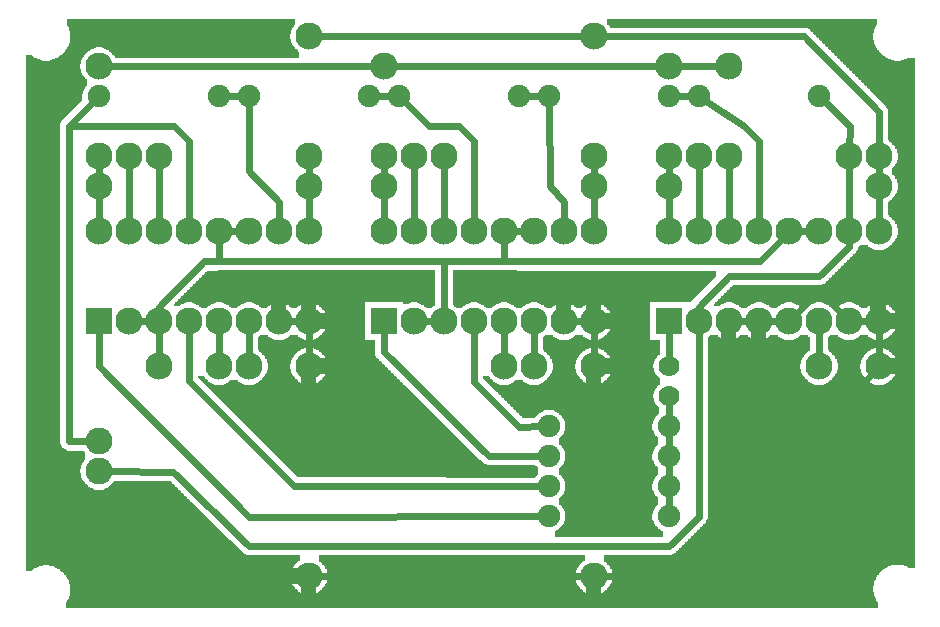
<source format=gbl>
G04 MADE WITH FRITZING*
G04 WWW.FRITZING.ORG*
G04 DOUBLE SIDED*
G04 HOLES PLATED*
G04 CONTOUR ON CENTER OF CONTOUR VECTOR*
%ASAXBY*%
%FSLAX23Y23*%
%MOIN*%
%OFA0B0*%
%SFA1.0B1.0*%
%ADD10C,0.075000*%
%ADD11C,0.070000*%
%ADD12C,0.090551*%
%ADD13C,0.089764*%
%ADD14R,0.090551X0.090551*%
%ADD15C,0.024000*%
%LNCOPPER0*%
G90*
G70*
G54D10*
X353Y1948D03*
X687Y1111D03*
X1987Y1099D03*
X283Y1748D03*
X683Y1748D03*
X783Y1748D03*
X1183Y1748D03*
X1283Y1748D03*
X1683Y1748D03*
X1783Y1748D03*
X2183Y1748D03*
X2283Y1748D03*
X2683Y1748D03*
X1783Y348D03*
X2183Y348D03*
X1783Y448D03*
X2183Y448D03*
X1783Y548D03*
X2183Y548D03*
X1783Y648D03*
X2183Y648D03*
G54D11*
X2183Y748D03*
X2183Y848D03*
G54D12*
X2183Y998D03*
X2183Y1298D03*
X2283Y998D03*
X2283Y1298D03*
X2383Y998D03*
X2383Y1298D03*
X2483Y998D03*
X2483Y1298D03*
X2583Y998D03*
X2583Y1298D03*
X2683Y998D03*
X2683Y1298D03*
X2783Y998D03*
X2783Y1298D03*
X2883Y998D03*
X2883Y1298D03*
X1233Y998D03*
X1233Y1298D03*
X1333Y998D03*
X1333Y1298D03*
X1433Y998D03*
X1433Y1298D03*
X1533Y998D03*
X1533Y1298D03*
X1633Y998D03*
X1633Y1298D03*
X1733Y998D03*
X1733Y1298D03*
X1833Y998D03*
X1833Y1298D03*
X1933Y998D03*
X1933Y1298D03*
X283Y998D03*
X283Y1298D03*
X383Y998D03*
X383Y1298D03*
X483Y998D03*
X483Y1298D03*
X583Y998D03*
X583Y1298D03*
X683Y998D03*
X683Y1298D03*
X783Y998D03*
X783Y1298D03*
X883Y998D03*
X883Y1298D03*
X983Y998D03*
X983Y1298D03*
X2783Y1548D03*
X2683Y848D03*
X1633Y848D03*
X1733Y848D03*
X683Y848D03*
X783Y848D03*
X283Y1448D03*
X983Y148D03*
X1933Y148D03*
X1933Y848D03*
X983Y848D03*
X483Y848D03*
X1233Y1848D03*
X283Y1848D03*
X2183Y1848D03*
X1233Y1548D03*
X283Y1548D03*
X2183Y1548D03*
X1933Y1948D03*
X983Y1948D03*
X1933Y1548D03*
X983Y1548D03*
X383Y1548D03*
X483Y1548D03*
X2283Y1548D03*
X2383Y1548D03*
X1333Y1548D03*
X1433Y1548D03*
X1233Y1448D03*
X2883Y1448D03*
X2183Y1448D03*
X1933Y1448D03*
X983Y1448D03*
X2883Y1548D03*
X2883Y848D03*
X2383Y1848D03*
G54D13*
X283Y598D03*
X283Y498D03*
G54D14*
X2183Y998D03*
X1233Y998D03*
X283Y998D03*
G54D15*
X1008Y148D02*
X1908Y148D01*
D02*
X2183Y146D02*
X2866Y830D01*
D02*
X1958Y148D02*
X2183Y146D01*
D02*
X983Y873D02*
X983Y973D01*
D02*
X1933Y873D02*
X1933Y973D01*
D02*
X2183Y874D02*
X2183Y973D01*
D02*
X2183Y677D02*
X2183Y722D01*
D02*
X2183Y577D02*
X2183Y619D01*
D02*
X2183Y477D02*
X2183Y519D01*
D02*
X2183Y419D02*
X2183Y377D01*
D02*
X1683Y647D02*
X1532Y796D01*
D02*
X1532Y796D02*
X1533Y973D01*
D02*
X1755Y648D02*
X1683Y647D01*
D02*
X1232Y897D02*
X1233Y973D01*
D02*
X1582Y549D02*
X1232Y897D01*
D02*
X1755Y548D02*
X1582Y549D01*
D02*
X932Y449D02*
X582Y799D01*
D02*
X582Y799D02*
X583Y973D01*
D02*
X1755Y448D02*
X932Y449D01*
D02*
X782Y347D02*
X283Y849D01*
D02*
X283Y849D02*
X283Y973D01*
D02*
X1755Y348D02*
X782Y347D01*
D02*
X2458Y998D02*
X2408Y998D01*
D02*
X2508Y998D02*
X2558Y998D01*
D02*
X2684Y1099D02*
X2766Y1016D01*
D02*
X2601Y1016D02*
X2684Y1099D01*
D02*
X483Y973D02*
X483Y873D01*
D02*
X2783Y1323D02*
X2783Y1523D01*
D02*
X2255Y1748D02*
X2212Y1748D01*
D02*
X1755Y1748D02*
X1712Y1748D01*
D02*
X1255Y1748D02*
X1212Y1748D01*
D02*
X755Y1748D02*
X712Y1748D01*
D02*
X2784Y1573D02*
X2785Y1648D01*
D02*
X2485Y1198D02*
X2566Y1280D01*
D02*
X1633Y1198D02*
X2485Y1198D01*
D02*
X683Y1198D02*
X1432Y1198D01*
D02*
X2483Y1598D02*
X2483Y1323D01*
D02*
X2434Y1648D02*
X2483Y1598D01*
D02*
X2307Y1732D02*
X2434Y1648D01*
D02*
X1785Y1449D02*
X1783Y1719D01*
D02*
X1834Y1397D02*
X1785Y1449D01*
D02*
X1833Y1323D02*
X1834Y1397D01*
D02*
X883Y1397D02*
X783Y1499D01*
D02*
X783Y1499D02*
X783Y1719D01*
D02*
X883Y1323D02*
X883Y1397D01*
D02*
X584Y1598D02*
X532Y1648D01*
D02*
X532Y1648D02*
X184Y1650D01*
D02*
X184Y1650D02*
X263Y1728D01*
D02*
X583Y1323D02*
X584Y1598D01*
D02*
X2883Y873D02*
X2883Y973D01*
D02*
X2282Y347D02*
X2184Y249D01*
D02*
X2184Y249D02*
X784Y249D01*
D02*
X2283Y973D02*
X2282Y347D01*
D02*
X2858Y998D02*
X2808Y998D01*
D02*
X1908Y998D02*
X1858Y998D01*
D02*
X958Y998D02*
X908Y998D01*
D02*
X1008Y1948D02*
X1908Y1948D01*
D02*
X2883Y1696D02*
X2883Y1573D01*
D02*
X2632Y1948D02*
X2883Y1696D01*
D02*
X2883Y1523D02*
X2883Y1473D01*
D02*
X1958Y1948D02*
X2632Y1948D01*
D02*
X983Y1473D02*
X983Y1523D01*
D02*
X2158Y1848D02*
X1258Y1848D01*
D02*
X1208Y1848D02*
X308Y1848D01*
D02*
X283Y1523D02*
X283Y1473D01*
D02*
X1233Y1523D02*
X1233Y1473D01*
D02*
X2183Y1523D02*
X2183Y1473D01*
D02*
X983Y1323D02*
X983Y1423D01*
D02*
X1233Y1323D02*
X1233Y1423D01*
D02*
X1933Y1323D02*
X1933Y1423D01*
D02*
X2183Y1323D02*
X2183Y1423D01*
D02*
X2883Y1323D02*
X2883Y1423D01*
D02*
X184Y598D02*
X258Y598D01*
D02*
X184Y1650D02*
X184Y598D01*
D02*
X683Y1198D02*
X683Y1273D01*
D02*
X633Y1198D02*
X683Y1198D01*
D02*
X483Y1047D02*
X633Y1198D01*
D02*
X483Y1023D02*
X483Y1047D01*
D02*
X458Y998D02*
X408Y998D01*
D02*
X708Y1298D02*
X758Y1298D01*
D02*
X784Y249D02*
X531Y497D01*
D02*
X531Y497D02*
X308Y498D01*
D02*
X1633Y1198D02*
X1432Y1198D01*
D02*
X1432Y1198D02*
X1433Y1023D01*
D02*
X1633Y1273D02*
X1633Y1198D01*
D02*
X1408Y998D02*
X1358Y998D01*
D02*
X1658Y1298D02*
X1708Y1298D01*
D02*
X2383Y1148D02*
X2282Y1047D01*
D02*
X2684Y1148D02*
X2383Y1148D01*
D02*
X2282Y1047D02*
X2283Y1023D01*
D02*
X2783Y1247D02*
X2684Y1148D01*
D02*
X2783Y1273D02*
X2783Y1247D01*
D02*
X2608Y1298D02*
X2658Y1298D01*
D02*
X1333Y1323D02*
X1333Y1523D01*
D02*
X1433Y1323D02*
X1433Y1523D01*
D02*
X2283Y1323D02*
X2283Y1523D01*
D02*
X2383Y1323D02*
X2383Y1523D01*
D02*
X283Y1323D02*
X283Y1423D01*
D02*
X383Y1323D02*
X383Y1523D01*
D02*
X483Y1323D02*
X483Y1523D01*
D02*
X2683Y873D02*
X2683Y973D01*
D02*
X1733Y873D02*
X1733Y973D01*
D02*
X1633Y873D02*
X1633Y973D01*
D02*
X783Y873D02*
X783Y973D01*
D02*
X683Y873D02*
X683Y973D01*
D02*
X1383Y1649D02*
X1303Y1728D01*
D02*
X1483Y1649D02*
X1383Y1649D01*
D02*
X1533Y1599D02*
X1483Y1649D01*
D02*
X1533Y1323D02*
X1533Y1599D01*
D02*
X2785Y1648D02*
X2704Y1728D01*
D02*
X2892Y1557D02*
X2901Y1565D01*
D02*
X1933Y1473D02*
X1933Y1523D01*
D02*
X2208Y1848D02*
X2358Y1848D01*
G36*
X176Y2007D02*
X176Y1987D01*
X178Y1987D01*
X178Y1983D01*
X180Y1983D01*
X180Y1979D01*
X182Y1979D01*
X182Y1973D01*
X184Y1973D01*
X184Y1967D01*
X186Y1967D01*
X186Y1959D01*
X188Y1959D01*
X188Y1937D01*
X186Y1937D01*
X186Y1927D01*
X184Y1927D01*
X184Y1921D01*
X182Y1921D01*
X182Y1917D01*
X180Y1917D01*
X180Y1913D01*
X178Y1913D01*
X178Y1911D01*
X292Y1911D01*
X292Y1909D01*
X300Y1909D01*
X300Y1907D01*
X304Y1907D01*
X304Y1905D01*
X308Y1905D01*
X308Y1903D01*
X312Y1903D01*
X312Y1901D01*
X316Y1901D01*
X316Y1899D01*
X318Y1899D01*
X318Y1897D01*
X320Y1897D01*
X320Y1895D01*
X322Y1895D01*
X322Y1893D01*
X324Y1893D01*
X324Y1891D01*
X326Y1891D01*
X326Y1889D01*
X328Y1889D01*
X328Y1887D01*
X330Y1887D01*
X330Y1885D01*
X332Y1885D01*
X332Y1883D01*
X334Y1883D01*
X334Y1881D01*
X336Y1881D01*
X336Y1877D01*
X950Y1877D01*
X950Y1897D01*
X948Y1897D01*
X948Y1899D01*
X946Y1899D01*
X946Y1901D01*
X944Y1901D01*
X944Y1903D01*
X942Y1903D01*
X942Y1905D01*
X940Y1905D01*
X940Y1907D01*
X938Y1907D01*
X938Y1909D01*
X936Y1909D01*
X936Y1911D01*
X934Y1911D01*
X934Y1913D01*
X932Y1913D01*
X932Y1915D01*
X930Y1915D01*
X930Y1919D01*
X928Y1919D01*
X928Y1923D01*
X926Y1923D01*
X926Y1927D01*
X924Y1927D01*
X924Y1931D01*
X922Y1931D01*
X922Y1939D01*
X920Y1939D01*
X920Y1957D01*
X922Y1957D01*
X922Y1965D01*
X924Y1965D01*
X924Y1969D01*
X926Y1969D01*
X926Y1973D01*
X928Y1973D01*
X928Y1977D01*
X930Y1977D01*
X930Y1979D01*
X932Y1979D01*
X932Y1983D01*
X934Y1983D01*
X934Y1985D01*
X936Y1985D01*
X936Y1987D01*
X938Y1987D01*
X938Y2007D01*
X176Y2007D01*
G37*
D02*
G36*
X1978Y2007D02*
X1978Y1987D01*
X1980Y1987D01*
X1980Y1985D01*
X1982Y1985D01*
X1982Y1983D01*
X1984Y1983D01*
X1984Y1981D01*
X1986Y1981D01*
X1986Y1977D01*
X2640Y1977D01*
X2640Y1975D01*
X2646Y1975D01*
X2646Y1973D01*
X2650Y1973D01*
X2650Y1971D01*
X2652Y1971D01*
X2652Y1969D01*
X2654Y1969D01*
X2654Y1967D01*
X2656Y1967D01*
X2656Y1965D01*
X2658Y1965D01*
X2658Y1963D01*
X2660Y1963D01*
X2660Y1961D01*
X2662Y1961D01*
X2662Y1959D01*
X2664Y1959D01*
X2664Y1957D01*
X2666Y1957D01*
X2666Y1955D01*
X2668Y1955D01*
X2668Y1953D01*
X2670Y1953D01*
X2670Y1951D01*
X2672Y1951D01*
X2672Y1949D01*
X2674Y1949D01*
X2674Y1947D01*
X2676Y1947D01*
X2676Y1945D01*
X2678Y1945D01*
X2678Y1943D01*
X2680Y1943D01*
X2680Y1941D01*
X2682Y1941D01*
X2682Y1939D01*
X2684Y1939D01*
X2684Y1937D01*
X2686Y1937D01*
X2686Y1935D01*
X2688Y1935D01*
X2688Y1933D01*
X2690Y1933D01*
X2690Y1931D01*
X2692Y1931D01*
X2692Y1929D01*
X2694Y1929D01*
X2694Y1927D01*
X2696Y1927D01*
X2696Y1925D01*
X2698Y1925D01*
X2698Y1923D01*
X2700Y1923D01*
X2700Y1921D01*
X2702Y1921D01*
X2702Y1919D01*
X2704Y1919D01*
X2704Y1917D01*
X2706Y1917D01*
X2706Y1915D01*
X2708Y1915D01*
X2708Y1913D01*
X2710Y1913D01*
X2710Y1911D01*
X2712Y1911D01*
X2712Y1909D01*
X2714Y1909D01*
X2714Y1907D01*
X2716Y1907D01*
X2716Y1905D01*
X2718Y1905D01*
X2718Y1903D01*
X2720Y1903D01*
X2720Y1901D01*
X2722Y1901D01*
X2722Y1899D01*
X2724Y1899D01*
X2724Y1897D01*
X2726Y1897D01*
X2726Y1895D01*
X2728Y1895D01*
X2728Y1893D01*
X2730Y1893D01*
X2730Y1891D01*
X2732Y1891D01*
X2732Y1889D01*
X2734Y1889D01*
X2734Y1887D01*
X2736Y1887D01*
X2736Y1885D01*
X2738Y1885D01*
X2738Y1883D01*
X2740Y1883D01*
X2740Y1881D01*
X2742Y1881D01*
X2742Y1879D01*
X2744Y1879D01*
X2744Y1877D01*
X2746Y1877D01*
X2746Y1875D01*
X2748Y1875D01*
X2748Y1873D01*
X2750Y1873D01*
X2750Y1871D01*
X2752Y1871D01*
X2752Y1869D01*
X2754Y1869D01*
X2754Y1867D01*
X2932Y1867D01*
X2932Y1869D01*
X2924Y1869D01*
X2924Y1871D01*
X2918Y1871D01*
X2918Y1873D01*
X2914Y1873D01*
X2914Y1875D01*
X2910Y1875D01*
X2910Y1877D01*
X2906Y1877D01*
X2906Y1879D01*
X2902Y1879D01*
X2902Y1881D01*
X2900Y1881D01*
X2900Y1883D01*
X2898Y1883D01*
X2898Y1885D01*
X2894Y1885D01*
X2894Y1887D01*
X2892Y1887D01*
X2892Y1889D01*
X2890Y1889D01*
X2890Y1891D01*
X2888Y1891D01*
X2888Y1893D01*
X2886Y1893D01*
X2886Y1895D01*
X2884Y1895D01*
X2884Y1897D01*
X2882Y1897D01*
X2882Y1901D01*
X2880Y1901D01*
X2880Y1903D01*
X2878Y1903D01*
X2878Y1907D01*
X2876Y1907D01*
X2876Y1909D01*
X2874Y1909D01*
X2874Y1913D01*
X2872Y1913D01*
X2872Y1917D01*
X2870Y1917D01*
X2870Y1921D01*
X2868Y1921D01*
X2868Y1927D01*
X2866Y1927D01*
X2866Y1937D01*
X2864Y1937D01*
X2864Y1959D01*
X2866Y1959D01*
X2866Y1967D01*
X2868Y1967D01*
X2868Y1973D01*
X2870Y1973D01*
X2870Y1979D01*
X2872Y1979D01*
X2872Y1983D01*
X2874Y1983D01*
X2874Y1987D01*
X2876Y1987D01*
X2876Y2007D01*
X1978Y2007D01*
G37*
D02*
G36*
X178Y1911D02*
X178Y1909D01*
X176Y1909D01*
X176Y1907D01*
X174Y1907D01*
X174Y1903D01*
X172Y1903D01*
X172Y1901D01*
X170Y1901D01*
X170Y1897D01*
X168Y1897D01*
X168Y1895D01*
X166Y1895D01*
X166Y1893D01*
X164Y1893D01*
X164Y1891D01*
X162Y1891D01*
X162Y1889D01*
X160Y1889D01*
X160Y1887D01*
X158Y1887D01*
X158Y1885D01*
X154Y1885D01*
X154Y1883D01*
X152Y1883D01*
X152Y1881D01*
X150Y1881D01*
X150Y1879D01*
X146Y1879D01*
X146Y1877D01*
X142Y1877D01*
X142Y1875D01*
X138Y1875D01*
X138Y1873D01*
X134Y1873D01*
X134Y1871D01*
X128Y1871D01*
X128Y1869D01*
X120Y1869D01*
X120Y1867D01*
X224Y1867D01*
X224Y1869D01*
X226Y1869D01*
X226Y1873D01*
X228Y1873D01*
X228Y1877D01*
X230Y1877D01*
X230Y1879D01*
X232Y1879D01*
X232Y1883D01*
X234Y1883D01*
X234Y1885D01*
X236Y1885D01*
X236Y1887D01*
X238Y1887D01*
X238Y1889D01*
X240Y1889D01*
X240Y1891D01*
X242Y1891D01*
X242Y1893D01*
X244Y1893D01*
X244Y1895D01*
X246Y1895D01*
X246Y1897D01*
X248Y1897D01*
X248Y1899D01*
X252Y1899D01*
X252Y1901D01*
X254Y1901D01*
X254Y1903D01*
X258Y1903D01*
X258Y1905D01*
X262Y1905D01*
X262Y1907D01*
X266Y1907D01*
X266Y1909D01*
X274Y1909D01*
X274Y1911D01*
X178Y1911D01*
G37*
D02*
G36*
X40Y1885D02*
X40Y1867D01*
X94Y1867D01*
X94Y1869D01*
X86Y1869D01*
X86Y1871D01*
X80Y1871D01*
X80Y1873D01*
X76Y1873D01*
X76Y1875D01*
X72Y1875D01*
X72Y1877D01*
X68Y1877D01*
X68Y1879D01*
X64Y1879D01*
X64Y1881D01*
X62Y1881D01*
X62Y1883D01*
X60Y1883D01*
X60Y1885D01*
X40Y1885D01*
G37*
D02*
G36*
X2980Y1877D02*
X2980Y1875D01*
X2976Y1875D01*
X2976Y1873D01*
X2972Y1873D01*
X2972Y1871D01*
X2966Y1871D01*
X2966Y1869D01*
X2958Y1869D01*
X2958Y1867D01*
X3002Y1867D01*
X3002Y1877D01*
X2980Y1877D01*
G37*
D02*
G36*
X40Y1867D02*
X40Y1865D01*
X224Y1865D01*
X224Y1867D01*
X40Y1867D01*
G37*
D02*
G36*
X40Y1867D02*
X40Y1865D01*
X224Y1865D01*
X224Y1867D01*
X40Y1867D01*
G37*
D02*
G36*
X2756Y1867D02*
X2756Y1865D01*
X3002Y1865D01*
X3002Y1867D01*
X2756Y1867D01*
G37*
D02*
G36*
X2756Y1867D02*
X2756Y1865D01*
X3002Y1865D01*
X3002Y1867D01*
X2756Y1867D01*
G37*
D02*
G36*
X40Y1865D02*
X40Y435D01*
X274Y435D01*
X274Y437D01*
X266Y437D01*
X266Y439D01*
X262Y439D01*
X262Y441D01*
X258Y441D01*
X258Y443D01*
X254Y443D01*
X254Y445D01*
X252Y445D01*
X252Y447D01*
X248Y447D01*
X248Y449D01*
X246Y449D01*
X246Y451D01*
X244Y451D01*
X244Y453D01*
X242Y453D01*
X242Y455D01*
X240Y455D01*
X240Y457D01*
X238Y457D01*
X238Y459D01*
X236Y459D01*
X236Y461D01*
X234Y461D01*
X234Y463D01*
X232Y463D01*
X232Y467D01*
X230Y467D01*
X230Y469D01*
X228Y469D01*
X228Y473D01*
X226Y473D01*
X226Y477D01*
X224Y477D01*
X224Y483D01*
X222Y483D01*
X222Y491D01*
X220Y491D01*
X220Y505D01*
X222Y505D01*
X222Y513D01*
X224Y513D01*
X224Y519D01*
X226Y519D01*
X226Y523D01*
X228Y523D01*
X228Y525D01*
X230Y525D01*
X230Y529D01*
X232Y529D01*
X232Y531D01*
X234Y531D01*
X234Y535D01*
X236Y535D01*
X236Y537D01*
X238Y537D01*
X238Y559D01*
X236Y559D01*
X236Y561D01*
X234Y561D01*
X234Y563D01*
X232Y563D01*
X232Y567D01*
X178Y567D01*
X178Y569D01*
X172Y569D01*
X172Y571D01*
X168Y571D01*
X168Y573D01*
X166Y573D01*
X166Y575D01*
X162Y575D01*
X162Y577D01*
X160Y577D01*
X160Y581D01*
X158Y581D01*
X158Y583D01*
X156Y583D01*
X156Y589D01*
X154Y589D01*
X154Y1659D01*
X156Y1659D01*
X156Y1663D01*
X158Y1663D01*
X158Y1667D01*
X160Y1667D01*
X160Y1669D01*
X162Y1669D01*
X162Y1671D01*
X164Y1671D01*
X164Y1673D01*
X166Y1673D01*
X166Y1675D01*
X168Y1675D01*
X168Y1677D01*
X170Y1677D01*
X170Y1679D01*
X172Y1679D01*
X172Y1681D01*
X174Y1681D01*
X174Y1683D01*
X176Y1683D01*
X176Y1685D01*
X178Y1685D01*
X178Y1687D01*
X180Y1687D01*
X180Y1689D01*
X182Y1689D01*
X182Y1691D01*
X184Y1691D01*
X184Y1693D01*
X186Y1693D01*
X186Y1695D01*
X188Y1695D01*
X188Y1697D01*
X190Y1697D01*
X190Y1699D01*
X192Y1699D01*
X192Y1701D01*
X194Y1701D01*
X194Y1703D01*
X196Y1703D01*
X196Y1705D01*
X198Y1705D01*
X198Y1707D01*
X200Y1707D01*
X200Y1709D01*
X202Y1709D01*
X202Y1711D01*
X204Y1711D01*
X204Y1713D01*
X206Y1713D01*
X206Y1715D01*
X208Y1715D01*
X208Y1717D01*
X210Y1717D01*
X210Y1719D01*
X212Y1719D01*
X212Y1721D01*
X214Y1721D01*
X214Y1723D01*
X216Y1723D01*
X216Y1725D01*
X218Y1725D01*
X218Y1727D01*
X220Y1727D01*
X220Y1729D01*
X222Y1729D01*
X222Y1731D01*
X224Y1731D01*
X224Y1733D01*
X226Y1733D01*
X226Y1735D01*
X228Y1735D01*
X228Y1757D01*
X230Y1757D01*
X230Y1765D01*
X232Y1765D01*
X232Y1769D01*
X234Y1769D01*
X234Y1771D01*
X236Y1771D01*
X236Y1775D01*
X238Y1775D01*
X238Y1779D01*
X240Y1779D01*
X240Y1781D01*
X242Y1781D01*
X242Y1783D01*
X244Y1783D01*
X244Y1803D01*
X242Y1803D01*
X242Y1805D01*
X240Y1805D01*
X240Y1807D01*
X238Y1807D01*
X238Y1809D01*
X236Y1809D01*
X236Y1811D01*
X234Y1811D01*
X234Y1813D01*
X232Y1813D01*
X232Y1815D01*
X230Y1815D01*
X230Y1819D01*
X228Y1819D01*
X228Y1823D01*
X226Y1823D01*
X226Y1827D01*
X224Y1827D01*
X224Y1831D01*
X222Y1831D01*
X222Y1839D01*
X220Y1839D01*
X220Y1857D01*
X222Y1857D01*
X222Y1865D01*
X40Y1865D01*
G37*
D02*
G36*
X2758Y1865D02*
X2758Y1863D01*
X2760Y1863D01*
X2760Y1861D01*
X2762Y1861D01*
X2762Y1859D01*
X2764Y1859D01*
X2764Y1857D01*
X2766Y1857D01*
X2766Y1855D01*
X2768Y1855D01*
X2768Y1853D01*
X2770Y1853D01*
X2770Y1851D01*
X2772Y1851D01*
X2772Y1849D01*
X2774Y1849D01*
X2774Y1847D01*
X2776Y1847D01*
X2776Y1845D01*
X2778Y1845D01*
X2778Y1843D01*
X2780Y1843D01*
X2780Y1841D01*
X2782Y1841D01*
X2782Y1839D01*
X2784Y1839D01*
X2784Y1837D01*
X2786Y1837D01*
X2786Y1835D01*
X2788Y1835D01*
X2788Y1833D01*
X2790Y1833D01*
X2790Y1831D01*
X2792Y1831D01*
X2792Y1829D01*
X2794Y1829D01*
X2794Y1827D01*
X2796Y1827D01*
X2796Y1825D01*
X2798Y1825D01*
X2798Y1823D01*
X2800Y1823D01*
X2800Y1821D01*
X2802Y1821D01*
X2802Y1819D01*
X2804Y1819D01*
X2804Y1817D01*
X2806Y1817D01*
X2806Y1815D01*
X2808Y1815D01*
X2808Y1813D01*
X2810Y1813D01*
X2810Y1811D01*
X2812Y1811D01*
X2812Y1809D01*
X2814Y1809D01*
X2814Y1807D01*
X2816Y1807D01*
X2816Y1805D01*
X2818Y1805D01*
X2818Y1803D01*
X2820Y1803D01*
X2820Y1801D01*
X2822Y1801D01*
X2822Y1799D01*
X2824Y1799D01*
X2824Y1797D01*
X2826Y1797D01*
X2826Y1795D01*
X2828Y1795D01*
X2828Y1793D01*
X2830Y1793D01*
X2830Y1791D01*
X2832Y1791D01*
X2832Y1789D01*
X2834Y1789D01*
X2834Y1787D01*
X2836Y1787D01*
X2836Y1785D01*
X2838Y1785D01*
X2838Y1783D01*
X2840Y1783D01*
X2840Y1781D01*
X2842Y1781D01*
X2842Y1779D01*
X2844Y1779D01*
X2844Y1777D01*
X2846Y1777D01*
X2846Y1775D01*
X2848Y1775D01*
X2848Y1773D01*
X2850Y1773D01*
X2850Y1771D01*
X2852Y1771D01*
X2852Y1767D01*
X2854Y1767D01*
X2854Y1765D01*
X2856Y1765D01*
X2856Y1763D01*
X2858Y1763D01*
X2858Y1761D01*
X2860Y1761D01*
X2860Y1759D01*
X2862Y1759D01*
X2862Y1757D01*
X2864Y1757D01*
X2864Y1755D01*
X2866Y1755D01*
X2866Y1753D01*
X2868Y1753D01*
X2868Y1751D01*
X2870Y1751D01*
X2870Y1749D01*
X2872Y1749D01*
X2872Y1747D01*
X2874Y1747D01*
X2874Y1745D01*
X2876Y1745D01*
X2876Y1743D01*
X2878Y1743D01*
X2878Y1741D01*
X2880Y1741D01*
X2880Y1739D01*
X2882Y1739D01*
X2882Y1737D01*
X2884Y1737D01*
X2884Y1735D01*
X2886Y1735D01*
X2886Y1733D01*
X2888Y1733D01*
X2888Y1731D01*
X2890Y1731D01*
X2890Y1729D01*
X2892Y1729D01*
X2892Y1727D01*
X2894Y1727D01*
X2894Y1725D01*
X2896Y1725D01*
X2896Y1723D01*
X2898Y1723D01*
X2898Y1721D01*
X2900Y1721D01*
X2900Y1719D01*
X2902Y1719D01*
X2902Y1717D01*
X2904Y1717D01*
X2904Y1715D01*
X2906Y1715D01*
X2906Y1713D01*
X2908Y1713D01*
X2908Y1709D01*
X2910Y1709D01*
X2910Y1705D01*
X2912Y1705D01*
X2912Y1623D01*
X2914Y1623D01*
X2914Y1601D01*
X2916Y1601D01*
X2916Y1599D01*
X2918Y1599D01*
X2918Y1597D01*
X2920Y1597D01*
X2920Y1595D01*
X2922Y1595D01*
X2922Y1593D01*
X2924Y1593D01*
X2924Y1591D01*
X2926Y1591D01*
X2926Y1589D01*
X2928Y1589D01*
X2928Y1587D01*
X2930Y1587D01*
X2930Y1585D01*
X2932Y1585D01*
X2932Y1583D01*
X2934Y1583D01*
X2934Y1581D01*
X2936Y1581D01*
X2936Y1577D01*
X2938Y1577D01*
X2938Y1573D01*
X2940Y1573D01*
X2940Y1571D01*
X2942Y1571D01*
X2942Y1565D01*
X2944Y1565D01*
X2944Y1559D01*
X2946Y1559D01*
X2946Y1537D01*
X2944Y1537D01*
X2944Y1531D01*
X2942Y1531D01*
X2942Y1525D01*
X2940Y1525D01*
X2940Y1521D01*
X2938Y1521D01*
X2938Y1519D01*
X2936Y1519D01*
X2936Y1515D01*
X2934Y1515D01*
X2934Y1513D01*
X2932Y1513D01*
X2932Y1511D01*
X2930Y1511D01*
X2930Y1509D01*
X2928Y1509D01*
X2928Y1487D01*
X2930Y1487D01*
X2930Y1485D01*
X2932Y1485D01*
X2932Y1483D01*
X2934Y1483D01*
X2934Y1481D01*
X2936Y1481D01*
X2936Y1477D01*
X2938Y1477D01*
X2938Y1473D01*
X2940Y1473D01*
X2940Y1471D01*
X2942Y1471D01*
X2942Y1465D01*
X2944Y1465D01*
X2944Y1459D01*
X2946Y1459D01*
X2946Y1437D01*
X2944Y1437D01*
X2944Y1431D01*
X2942Y1431D01*
X2942Y1425D01*
X2940Y1425D01*
X2940Y1421D01*
X2938Y1421D01*
X2938Y1419D01*
X2936Y1419D01*
X2936Y1415D01*
X2934Y1415D01*
X2934Y1413D01*
X2932Y1413D01*
X2932Y1411D01*
X2930Y1411D01*
X2930Y1409D01*
X2928Y1409D01*
X2928Y1405D01*
X2926Y1405D01*
X2926Y1403D01*
X2922Y1403D01*
X2922Y1401D01*
X2920Y1401D01*
X2920Y1399D01*
X2918Y1399D01*
X2918Y1397D01*
X2916Y1397D01*
X2916Y1395D01*
X2914Y1395D01*
X2914Y1351D01*
X2916Y1351D01*
X2916Y1349D01*
X2918Y1349D01*
X2918Y1347D01*
X2920Y1347D01*
X2920Y1345D01*
X2922Y1345D01*
X2922Y1343D01*
X2924Y1343D01*
X2924Y1341D01*
X2926Y1341D01*
X2926Y1339D01*
X2928Y1339D01*
X2928Y1337D01*
X2930Y1337D01*
X2930Y1335D01*
X2932Y1335D01*
X2932Y1333D01*
X2934Y1333D01*
X2934Y1331D01*
X2936Y1331D01*
X2936Y1327D01*
X2938Y1327D01*
X2938Y1323D01*
X2940Y1323D01*
X2940Y1321D01*
X2942Y1321D01*
X2942Y1315D01*
X2944Y1315D01*
X2944Y1309D01*
X2946Y1309D01*
X2946Y1287D01*
X2944Y1287D01*
X2944Y1281D01*
X2942Y1281D01*
X2942Y1275D01*
X2940Y1275D01*
X2940Y1271D01*
X2938Y1271D01*
X2938Y1269D01*
X2936Y1269D01*
X2936Y1265D01*
X2934Y1265D01*
X2934Y1263D01*
X2932Y1263D01*
X2932Y1261D01*
X2930Y1261D01*
X2930Y1259D01*
X2928Y1259D01*
X2928Y1255D01*
X2926Y1255D01*
X2926Y1253D01*
X2922Y1253D01*
X2922Y1251D01*
X2920Y1251D01*
X2920Y1249D01*
X2918Y1249D01*
X2918Y1247D01*
X2916Y1247D01*
X2916Y1245D01*
X2912Y1245D01*
X2912Y1243D01*
X2910Y1243D01*
X2910Y1241D01*
X2906Y1241D01*
X2906Y1239D01*
X2900Y1239D01*
X2900Y1237D01*
X2894Y1237D01*
X2894Y1235D01*
X3002Y1235D01*
X3002Y1865D01*
X2758Y1865D01*
G37*
D02*
G36*
X2822Y1253D02*
X2822Y1251D01*
X2820Y1251D01*
X2820Y1249D01*
X2818Y1249D01*
X2818Y1247D01*
X2816Y1247D01*
X2816Y1245D01*
X2812Y1245D01*
X2812Y1237D01*
X2810Y1237D01*
X2810Y1235D01*
X2872Y1235D01*
X2872Y1237D01*
X2866Y1237D01*
X2866Y1239D01*
X2860Y1239D01*
X2860Y1241D01*
X2858Y1241D01*
X2858Y1243D01*
X2854Y1243D01*
X2854Y1245D01*
X2850Y1245D01*
X2850Y1247D01*
X2848Y1247D01*
X2848Y1249D01*
X2846Y1249D01*
X2846Y1251D01*
X2844Y1251D01*
X2844Y1253D01*
X2822Y1253D01*
G37*
D02*
G36*
X2810Y1235D02*
X2810Y1233D01*
X3002Y1233D01*
X3002Y1235D01*
X2810Y1235D01*
G37*
D02*
G36*
X2810Y1235D02*
X2810Y1233D01*
X3002Y1233D01*
X3002Y1235D01*
X2810Y1235D01*
G37*
D02*
G36*
X2808Y1233D02*
X2808Y1229D01*
X2806Y1229D01*
X2806Y1227D01*
X2804Y1227D01*
X2804Y1225D01*
X2802Y1225D01*
X2802Y1223D01*
X2800Y1223D01*
X2800Y1221D01*
X2798Y1221D01*
X2798Y1219D01*
X2796Y1219D01*
X2796Y1217D01*
X2794Y1217D01*
X2794Y1215D01*
X2792Y1215D01*
X2792Y1213D01*
X2790Y1213D01*
X2790Y1211D01*
X2788Y1211D01*
X2788Y1209D01*
X2786Y1209D01*
X2786Y1207D01*
X2784Y1207D01*
X2784Y1205D01*
X2782Y1205D01*
X2782Y1203D01*
X2780Y1203D01*
X2780Y1201D01*
X2778Y1201D01*
X2778Y1199D01*
X2776Y1199D01*
X2776Y1197D01*
X2774Y1197D01*
X2774Y1195D01*
X2772Y1195D01*
X2772Y1193D01*
X2770Y1193D01*
X2770Y1191D01*
X2768Y1191D01*
X2768Y1189D01*
X2766Y1189D01*
X2766Y1187D01*
X2764Y1187D01*
X2764Y1185D01*
X2762Y1185D01*
X2762Y1183D01*
X2760Y1183D01*
X2760Y1181D01*
X2758Y1181D01*
X2758Y1179D01*
X2756Y1179D01*
X2756Y1177D01*
X2754Y1177D01*
X2754Y1175D01*
X2752Y1175D01*
X2752Y1173D01*
X2750Y1173D01*
X2750Y1171D01*
X2748Y1171D01*
X2748Y1169D01*
X2746Y1169D01*
X2746Y1167D01*
X2744Y1167D01*
X2744Y1165D01*
X2742Y1165D01*
X2742Y1163D01*
X2740Y1163D01*
X2740Y1161D01*
X2738Y1161D01*
X2738Y1159D01*
X2736Y1159D01*
X2736Y1157D01*
X2734Y1157D01*
X2734Y1155D01*
X2732Y1155D01*
X2732Y1153D01*
X2730Y1153D01*
X2730Y1151D01*
X2728Y1151D01*
X2728Y1149D01*
X2726Y1149D01*
X2726Y1147D01*
X2724Y1147D01*
X2724Y1145D01*
X2722Y1145D01*
X2722Y1143D01*
X2720Y1143D01*
X2720Y1141D01*
X2718Y1141D01*
X2718Y1139D01*
X2716Y1139D01*
X2716Y1137D01*
X2714Y1137D01*
X2714Y1135D01*
X2712Y1135D01*
X2712Y1133D01*
X2710Y1133D01*
X2710Y1131D01*
X2708Y1131D01*
X2708Y1129D01*
X2706Y1129D01*
X2706Y1127D01*
X2704Y1127D01*
X2704Y1125D01*
X2702Y1125D01*
X2702Y1123D01*
X2698Y1123D01*
X2698Y1121D01*
X2694Y1121D01*
X2694Y1119D01*
X2396Y1119D01*
X2396Y1117D01*
X2394Y1117D01*
X2394Y1115D01*
X2392Y1115D01*
X2392Y1113D01*
X2390Y1113D01*
X2390Y1111D01*
X2388Y1111D01*
X2388Y1109D01*
X2386Y1109D01*
X2386Y1107D01*
X2384Y1107D01*
X2384Y1105D01*
X2382Y1105D01*
X2382Y1103D01*
X2380Y1103D01*
X2380Y1101D01*
X2378Y1101D01*
X2378Y1099D01*
X2376Y1099D01*
X2376Y1097D01*
X2374Y1097D01*
X2374Y1095D01*
X2372Y1095D01*
X2372Y1093D01*
X2370Y1093D01*
X2370Y1091D01*
X2368Y1091D01*
X2368Y1089D01*
X2366Y1089D01*
X2366Y1087D01*
X2364Y1087D01*
X2364Y1085D01*
X2362Y1085D01*
X2362Y1083D01*
X2360Y1083D01*
X2360Y1081D01*
X2358Y1081D01*
X2358Y1079D01*
X2356Y1079D01*
X2356Y1077D01*
X2354Y1077D01*
X2354Y1075D01*
X2352Y1075D01*
X2352Y1073D01*
X2350Y1073D01*
X2350Y1071D01*
X2348Y1071D01*
X2348Y1069D01*
X2346Y1069D01*
X2346Y1067D01*
X2344Y1067D01*
X2344Y1065D01*
X2342Y1065D01*
X2342Y1063D01*
X2340Y1063D01*
X2340Y1061D01*
X2892Y1061D01*
X2892Y1059D01*
X2900Y1059D01*
X2900Y1057D01*
X2904Y1057D01*
X2904Y1055D01*
X2908Y1055D01*
X2908Y1053D01*
X2912Y1053D01*
X2912Y1051D01*
X2916Y1051D01*
X2916Y1049D01*
X2918Y1049D01*
X2918Y1047D01*
X2920Y1047D01*
X2920Y1045D01*
X2922Y1045D01*
X2922Y1043D01*
X2924Y1043D01*
X2924Y1041D01*
X2926Y1041D01*
X2926Y1039D01*
X2928Y1039D01*
X2928Y1037D01*
X2930Y1037D01*
X2930Y1035D01*
X2932Y1035D01*
X2932Y1033D01*
X2934Y1033D01*
X2934Y1031D01*
X2936Y1031D01*
X2936Y1027D01*
X2938Y1027D01*
X2938Y1023D01*
X2940Y1023D01*
X2940Y1021D01*
X2942Y1021D01*
X2942Y1015D01*
X2944Y1015D01*
X2944Y1009D01*
X2946Y1009D01*
X2946Y987D01*
X2944Y987D01*
X2944Y981D01*
X2942Y981D01*
X2942Y975D01*
X2940Y975D01*
X2940Y971D01*
X2938Y971D01*
X2938Y969D01*
X2936Y969D01*
X2936Y965D01*
X2934Y965D01*
X2934Y963D01*
X2932Y963D01*
X2932Y961D01*
X2930Y961D01*
X2930Y959D01*
X2928Y959D01*
X2928Y955D01*
X2926Y955D01*
X2926Y953D01*
X2922Y953D01*
X2922Y951D01*
X2920Y951D01*
X2920Y949D01*
X2918Y949D01*
X2918Y947D01*
X2916Y947D01*
X2916Y945D01*
X2912Y945D01*
X2912Y943D01*
X2910Y943D01*
X2910Y941D01*
X2906Y941D01*
X2906Y939D01*
X2900Y939D01*
X2900Y937D01*
X2894Y937D01*
X2894Y935D01*
X3002Y935D01*
X3002Y1233D01*
X2808Y1233D01*
G37*
D02*
G36*
X2338Y1061D02*
X2338Y1059D01*
X2336Y1059D01*
X2336Y1057D01*
X2334Y1057D01*
X2334Y1055D01*
X2332Y1055D01*
X2332Y1049D01*
X2352Y1049D01*
X2352Y1051D01*
X2354Y1051D01*
X2354Y1053D01*
X2358Y1053D01*
X2358Y1055D01*
X2362Y1055D01*
X2362Y1057D01*
X2366Y1057D01*
X2366Y1059D01*
X2374Y1059D01*
X2374Y1061D01*
X2338Y1061D01*
G37*
D02*
G36*
X2392Y1061D02*
X2392Y1059D01*
X2400Y1059D01*
X2400Y1057D01*
X2404Y1057D01*
X2404Y1055D01*
X2408Y1055D01*
X2408Y1053D01*
X2412Y1053D01*
X2412Y1051D01*
X2416Y1051D01*
X2416Y1049D01*
X2418Y1049D01*
X2418Y1047D01*
X2420Y1047D01*
X2420Y1045D01*
X2422Y1045D01*
X2422Y1043D01*
X2444Y1043D01*
X2444Y1045D01*
X2446Y1045D01*
X2446Y1047D01*
X2448Y1047D01*
X2448Y1049D01*
X2452Y1049D01*
X2452Y1051D01*
X2454Y1051D01*
X2454Y1053D01*
X2458Y1053D01*
X2458Y1055D01*
X2462Y1055D01*
X2462Y1057D01*
X2466Y1057D01*
X2466Y1059D01*
X2474Y1059D01*
X2474Y1061D01*
X2392Y1061D01*
G37*
D02*
G36*
X2492Y1061D02*
X2492Y1059D01*
X2500Y1059D01*
X2500Y1057D01*
X2504Y1057D01*
X2504Y1055D01*
X2508Y1055D01*
X2508Y1053D01*
X2512Y1053D01*
X2512Y1051D01*
X2516Y1051D01*
X2516Y1049D01*
X2518Y1049D01*
X2518Y1047D01*
X2520Y1047D01*
X2520Y1045D01*
X2522Y1045D01*
X2522Y1043D01*
X2544Y1043D01*
X2544Y1045D01*
X2546Y1045D01*
X2546Y1047D01*
X2548Y1047D01*
X2548Y1049D01*
X2552Y1049D01*
X2552Y1051D01*
X2554Y1051D01*
X2554Y1053D01*
X2558Y1053D01*
X2558Y1055D01*
X2562Y1055D01*
X2562Y1057D01*
X2566Y1057D01*
X2566Y1059D01*
X2574Y1059D01*
X2574Y1061D01*
X2492Y1061D01*
G37*
D02*
G36*
X2592Y1061D02*
X2592Y1059D01*
X2600Y1059D01*
X2600Y1057D01*
X2604Y1057D01*
X2604Y1055D01*
X2608Y1055D01*
X2608Y1053D01*
X2612Y1053D01*
X2612Y1051D01*
X2616Y1051D01*
X2616Y1049D01*
X2618Y1049D01*
X2618Y1047D01*
X2620Y1047D01*
X2620Y1045D01*
X2622Y1045D01*
X2622Y1043D01*
X2644Y1043D01*
X2644Y1045D01*
X2646Y1045D01*
X2646Y1047D01*
X2648Y1047D01*
X2648Y1049D01*
X2652Y1049D01*
X2652Y1051D01*
X2654Y1051D01*
X2654Y1053D01*
X2658Y1053D01*
X2658Y1055D01*
X2662Y1055D01*
X2662Y1057D01*
X2666Y1057D01*
X2666Y1059D01*
X2674Y1059D01*
X2674Y1061D01*
X2592Y1061D01*
G37*
D02*
G36*
X2692Y1061D02*
X2692Y1059D01*
X2700Y1059D01*
X2700Y1057D01*
X2704Y1057D01*
X2704Y1055D01*
X2708Y1055D01*
X2708Y1053D01*
X2712Y1053D01*
X2712Y1051D01*
X2716Y1051D01*
X2716Y1049D01*
X2718Y1049D01*
X2718Y1047D01*
X2720Y1047D01*
X2720Y1045D01*
X2722Y1045D01*
X2722Y1043D01*
X2744Y1043D01*
X2744Y1045D01*
X2746Y1045D01*
X2746Y1047D01*
X2748Y1047D01*
X2748Y1049D01*
X2752Y1049D01*
X2752Y1051D01*
X2754Y1051D01*
X2754Y1053D01*
X2758Y1053D01*
X2758Y1055D01*
X2762Y1055D01*
X2762Y1057D01*
X2766Y1057D01*
X2766Y1059D01*
X2774Y1059D01*
X2774Y1061D01*
X2692Y1061D01*
G37*
D02*
G36*
X2792Y1061D02*
X2792Y1059D01*
X2800Y1059D01*
X2800Y1057D01*
X2804Y1057D01*
X2804Y1055D01*
X2808Y1055D01*
X2808Y1053D01*
X2812Y1053D01*
X2812Y1051D01*
X2816Y1051D01*
X2816Y1049D01*
X2818Y1049D01*
X2818Y1047D01*
X2820Y1047D01*
X2820Y1045D01*
X2822Y1045D01*
X2822Y1043D01*
X2844Y1043D01*
X2844Y1045D01*
X2846Y1045D01*
X2846Y1047D01*
X2848Y1047D01*
X2848Y1049D01*
X2852Y1049D01*
X2852Y1051D01*
X2854Y1051D01*
X2854Y1053D01*
X2858Y1053D01*
X2858Y1055D01*
X2862Y1055D01*
X2862Y1057D01*
X2866Y1057D01*
X2866Y1059D01*
X2874Y1059D01*
X2874Y1061D01*
X2792Y1061D01*
G37*
D02*
G36*
X2322Y953D02*
X2322Y951D01*
X2320Y951D01*
X2320Y949D01*
X2318Y949D01*
X2318Y947D01*
X2316Y947D01*
X2316Y945D01*
X2314Y945D01*
X2314Y935D01*
X2372Y935D01*
X2372Y937D01*
X2366Y937D01*
X2366Y939D01*
X2360Y939D01*
X2360Y941D01*
X2358Y941D01*
X2358Y943D01*
X2354Y943D01*
X2354Y945D01*
X2350Y945D01*
X2350Y947D01*
X2348Y947D01*
X2348Y949D01*
X2346Y949D01*
X2346Y951D01*
X2344Y951D01*
X2344Y953D01*
X2322Y953D01*
G37*
D02*
G36*
X2422Y953D02*
X2422Y951D01*
X2420Y951D01*
X2420Y949D01*
X2418Y949D01*
X2418Y947D01*
X2416Y947D01*
X2416Y945D01*
X2412Y945D01*
X2412Y943D01*
X2410Y943D01*
X2410Y941D01*
X2406Y941D01*
X2406Y939D01*
X2400Y939D01*
X2400Y937D01*
X2394Y937D01*
X2394Y935D01*
X2472Y935D01*
X2472Y937D01*
X2466Y937D01*
X2466Y939D01*
X2460Y939D01*
X2460Y941D01*
X2458Y941D01*
X2458Y943D01*
X2454Y943D01*
X2454Y945D01*
X2450Y945D01*
X2450Y947D01*
X2448Y947D01*
X2448Y949D01*
X2446Y949D01*
X2446Y951D01*
X2444Y951D01*
X2444Y953D01*
X2422Y953D01*
G37*
D02*
G36*
X2522Y953D02*
X2522Y951D01*
X2520Y951D01*
X2520Y949D01*
X2518Y949D01*
X2518Y947D01*
X2516Y947D01*
X2516Y945D01*
X2512Y945D01*
X2512Y943D01*
X2510Y943D01*
X2510Y941D01*
X2506Y941D01*
X2506Y939D01*
X2500Y939D01*
X2500Y937D01*
X2494Y937D01*
X2494Y935D01*
X2572Y935D01*
X2572Y937D01*
X2566Y937D01*
X2566Y939D01*
X2560Y939D01*
X2560Y941D01*
X2558Y941D01*
X2558Y943D01*
X2554Y943D01*
X2554Y945D01*
X2550Y945D01*
X2550Y947D01*
X2548Y947D01*
X2548Y949D01*
X2546Y949D01*
X2546Y951D01*
X2544Y951D01*
X2544Y953D01*
X2522Y953D01*
G37*
D02*
G36*
X2622Y953D02*
X2622Y951D01*
X2620Y951D01*
X2620Y949D01*
X2618Y949D01*
X2618Y947D01*
X2616Y947D01*
X2616Y945D01*
X2612Y945D01*
X2612Y943D01*
X2610Y943D01*
X2610Y941D01*
X2606Y941D01*
X2606Y939D01*
X2600Y939D01*
X2600Y937D01*
X2594Y937D01*
X2594Y935D01*
X2654Y935D01*
X2654Y945D01*
X2650Y945D01*
X2650Y947D01*
X2648Y947D01*
X2648Y949D01*
X2646Y949D01*
X2646Y951D01*
X2644Y951D01*
X2644Y953D01*
X2622Y953D01*
G37*
D02*
G36*
X2722Y953D02*
X2722Y951D01*
X2720Y951D01*
X2720Y949D01*
X2718Y949D01*
X2718Y947D01*
X2716Y947D01*
X2716Y945D01*
X2714Y945D01*
X2714Y935D01*
X2772Y935D01*
X2772Y937D01*
X2766Y937D01*
X2766Y939D01*
X2760Y939D01*
X2760Y941D01*
X2758Y941D01*
X2758Y943D01*
X2754Y943D01*
X2754Y945D01*
X2750Y945D01*
X2750Y947D01*
X2748Y947D01*
X2748Y949D01*
X2746Y949D01*
X2746Y951D01*
X2744Y951D01*
X2744Y953D01*
X2722Y953D01*
G37*
D02*
G36*
X2822Y953D02*
X2822Y951D01*
X2820Y951D01*
X2820Y949D01*
X2818Y949D01*
X2818Y947D01*
X2816Y947D01*
X2816Y945D01*
X2812Y945D01*
X2812Y943D01*
X2810Y943D01*
X2810Y941D01*
X2806Y941D01*
X2806Y939D01*
X2800Y939D01*
X2800Y937D01*
X2794Y937D01*
X2794Y935D01*
X2872Y935D01*
X2872Y937D01*
X2866Y937D01*
X2866Y939D01*
X2860Y939D01*
X2860Y941D01*
X2858Y941D01*
X2858Y943D01*
X2854Y943D01*
X2854Y945D01*
X2850Y945D01*
X2850Y947D01*
X2848Y947D01*
X2848Y949D01*
X2846Y949D01*
X2846Y951D01*
X2844Y951D01*
X2844Y953D01*
X2822Y953D01*
G37*
D02*
G36*
X2314Y935D02*
X2314Y933D01*
X2654Y933D01*
X2654Y935D01*
X2314Y935D01*
G37*
D02*
G36*
X2314Y935D02*
X2314Y933D01*
X2654Y933D01*
X2654Y935D01*
X2314Y935D01*
G37*
D02*
G36*
X2314Y935D02*
X2314Y933D01*
X2654Y933D01*
X2654Y935D01*
X2314Y935D01*
G37*
D02*
G36*
X2314Y935D02*
X2314Y933D01*
X2654Y933D01*
X2654Y935D01*
X2314Y935D01*
G37*
D02*
G36*
X2714Y935D02*
X2714Y933D01*
X3002Y933D01*
X3002Y935D01*
X2714Y935D01*
G37*
D02*
G36*
X2714Y935D02*
X2714Y933D01*
X3002Y933D01*
X3002Y935D01*
X2714Y935D01*
G37*
D02*
G36*
X2714Y935D02*
X2714Y933D01*
X3002Y933D01*
X3002Y935D01*
X2714Y935D01*
G37*
D02*
G36*
X2314Y933D02*
X2314Y879D01*
X2312Y879D01*
X2312Y785D01*
X2672Y785D01*
X2672Y787D01*
X2666Y787D01*
X2666Y789D01*
X2660Y789D01*
X2660Y791D01*
X2658Y791D01*
X2658Y793D01*
X2654Y793D01*
X2654Y795D01*
X2650Y795D01*
X2650Y797D01*
X2648Y797D01*
X2648Y799D01*
X2646Y799D01*
X2646Y801D01*
X2644Y801D01*
X2644Y803D01*
X2642Y803D01*
X2642Y805D01*
X2640Y805D01*
X2640Y807D01*
X2638Y807D01*
X2638Y809D01*
X2636Y809D01*
X2636Y811D01*
X2634Y811D01*
X2634Y813D01*
X2632Y813D01*
X2632Y815D01*
X2630Y815D01*
X2630Y819D01*
X2628Y819D01*
X2628Y823D01*
X2626Y823D01*
X2626Y827D01*
X2624Y827D01*
X2624Y831D01*
X2622Y831D01*
X2622Y839D01*
X2620Y839D01*
X2620Y857D01*
X2622Y857D01*
X2622Y865D01*
X2624Y865D01*
X2624Y869D01*
X2626Y869D01*
X2626Y873D01*
X2628Y873D01*
X2628Y877D01*
X2630Y877D01*
X2630Y879D01*
X2632Y879D01*
X2632Y883D01*
X2634Y883D01*
X2634Y885D01*
X2636Y885D01*
X2636Y887D01*
X2638Y887D01*
X2638Y889D01*
X2640Y889D01*
X2640Y891D01*
X2642Y891D01*
X2642Y893D01*
X2644Y893D01*
X2644Y895D01*
X2646Y895D01*
X2646Y897D01*
X2648Y897D01*
X2648Y899D01*
X2652Y899D01*
X2652Y901D01*
X2654Y901D01*
X2654Y933D01*
X2314Y933D01*
G37*
D02*
G36*
X2714Y933D02*
X2714Y911D01*
X2892Y911D01*
X2892Y909D01*
X2900Y909D01*
X2900Y907D01*
X2904Y907D01*
X2904Y905D01*
X2908Y905D01*
X2908Y903D01*
X2912Y903D01*
X2912Y901D01*
X2916Y901D01*
X2916Y899D01*
X2918Y899D01*
X2918Y897D01*
X2920Y897D01*
X2920Y895D01*
X2922Y895D01*
X2922Y893D01*
X2924Y893D01*
X2924Y891D01*
X2926Y891D01*
X2926Y889D01*
X2928Y889D01*
X2928Y887D01*
X2930Y887D01*
X2930Y885D01*
X2932Y885D01*
X2932Y883D01*
X2934Y883D01*
X2934Y881D01*
X2936Y881D01*
X2936Y877D01*
X2938Y877D01*
X2938Y873D01*
X2940Y873D01*
X2940Y871D01*
X2942Y871D01*
X2942Y865D01*
X2944Y865D01*
X2944Y859D01*
X2946Y859D01*
X2946Y837D01*
X2944Y837D01*
X2944Y831D01*
X2942Y831D01*
X2942Y825D01*
X2940Y825D01*
X2940Y821D01*
X2938Y821D01*
X2938Y819D01*
X2936Y819D01*
X2936Y815D01*
X2934Y815D01*
X2934Y813D01*
X2932Y813D01*
X2932Y811D01*
X2930Y811D01*
X2930Y809D01*
X2928Y809D01*
X2928Y805D01*
X2926Y805D01*
X2926Y803D01*
X2922Y803D01*
X2922Y801D01*
X2920Y801D01*
X2920Y799D01*
X2918Y799D01*
X2918Y797D01*
X2916Y797D01*
X2916Y795D01*
X2912Y795D01*
X2912Y793D01*
X2910Y793D01*
X2910Y791D01*
X2906Y791D01*
X2906Y789D01*
X2900Y789D01*
X2900Y787D01*
X2894Y787D01*
X2894Y785D01*
X3002Y785D01*
X3002Y933D01*
X2714Y933D01*
G37*
D02*
G36*
X2714Y911D02*
X2714Y901D01*
X2716Y901D01*
X2716Y899D01*
X2718Y899D01*
X2718Y897D01*
X2720Y897D01*
X2720Y895D01*
X2722Y895D01*
X2722Y893D01*
X2724Y893D01*
X2724Y891D01*
X2726Y891D01*
X2726Y889D01*
X2728Y889D01*
X2728Y887D01*
X2730Y887D01*
X2730Y885D01*
X2732Y885D01*
X2732Y883D01*
X2734Y883D01*
X2734Y881D01*
X2736Y881D01*
X2736Y877D01*
X2738Y877D01*
X2738Y873D01*
X2740Y873D01*
X2740Y871D01*
X2742Y871D01*
X2742Y865D01*
X2744Y865D01*
X2744Y859D01*
X2746Y859D01*
X2746Y837D01*
X2744Y837D01*
X2744Y831D01*
X2742Y831D01*
X2742Y825D01*
X2740Y825D01*
X2740Y821D01*
X2738Y821D01*
X2738Y819D01*
X2736Y819D01*
X2736Y815D01*
X2734Y815D01*
X2734Y813D01*
X2732Y813D01*
X2732Y811D01*
X2730Y811D01*
X2730Y809D01*
X2728Y809D01*
X2728Y805D01*
X2726Y805D01*
X2726Y803D01*
X2722Y803D01*
X2722Y801D01*
X2720Y801D01*
X2720Y799D01*
X2718Y799D01*
X2718Y797D01*
X2716Y797D01*
X2716Y795D01*
X2712Y795D01*
X2712Y793D01*
X2710Y793D01*
X2710Y791D01*
X2706Y791D01*
X2706Y789D01*
X2700Y789D01*
X2700Y787D01*
X2694Y787D01*
X2694Y785D01*
X2872Y785D01*
X2872Y787D01*
X2866Y787D01*
X2866Y789D01*
X2860Y789D01*
X2860Y791D01*
X2858Y791D01*
X2858Y793D01*
X2854Y793D01*
X2854Y795D01*
X2850Y795D01*
X2850Y797D01*
X2848Y797D01*
X2848Y799D01*
X2846Y799D01*
X2846Y801D01*
X2844Y801D01*
X2844Y803D01*
X2842Y803D01*
X2842Y805D01*
X2840Y805D01*
X2840Y807D01*
X2838Y807D01*
X2838Y809D01*
X2836Y809D01*
X2836Y811D01*
X2834Y811D01*
X2834Y813D01*
X2832Y813D01*
X2832Y815D01*
X2830Y815D01*
X2830Y819D01*
X2828Y819D01*
X2828Y823D01*
X2826Y823D01*
X2826Y827D01*
X2824Y827D01*
X2824Y831D01*
X2822Y831D01*
X2822Y839D01*
X2820Y839D01*
X2820Y857D01*
X2822Y857D01*
X2822Y865D01*
X2824Y865D01*
X2824Y869D01*
X2826Y869D01*
X2826Y873D01*
X2828Y873D01*
X2828Y877D01*
X2830Y877D01*
X2830Y879D01*
X2832Y879D01*
X2832Y883D01*
X2834Y883D01*
X2834Y885D01*
X2836Y885D01*
X2836Y887D01*
X2838Y887D01*
X2838Y889D01*
X2840Y889D01*
X2840Y891D01*
X2842Y891D01*
X2842Y893D01*
X2844Y893D01*
X2844Y895D01*
X2846Y895D01*
X2846Y897D01*
X2848Y897D01*
X2848Y899D01*
X2852Y899D01*
X2852Y901D01*
X2854Y901D01*
X2854Y903D01*
X2858Y903D01*
X2858Y905D01*
X2862Y905D01*
X2862Y907D01*
X2866Y907D01*
X2866Y909D01*
X2874Y909D01*
X2874Y911D01*
X2714Y911D01*
G37*
D02*
G36*
X2312Y785D02*
X2312Y783D01*
X3002Y783D01*
X3002Y785D01*
X2312Y785D01*
G37*
D02*
G36*
X2312Y785D02*
X2312Y783D01*
X3002Y783D01*
X3002Y785D01*
X2312Y785D01*
G37*
D02*
G36*
X2312Y785D02*
X2312Y783D01*
X3002Y783D01*
X3002Y785D01*
X2312Y785D01*
G37*
D02*
G36*
X2312Y783D02*
X2312Y339D01*
X2310Y339D01*
X2310Y335D01*
X2308Y335D01*
X2308Y331D01*
X2306Y331D01*
X2306Y327D01*
X2304Y327D01*
X2304Y325D01*
X2302Y325D01*
X2302Y323D01*
X2300Y323D01*
X2300Y321D01*
X2298Y321D01*
X2298Y319D01*
X2296Y319D01*
X2296Y317D01*
X2294Y317D01*
X2294Y315D01*
X2292Y315D01*
X2292Y313D01*
X2290Y313D01*
X2290Y311D01*
X2288Y311D01*
X2288Y309D01*
X2286Y309D01*
X2286Y307D01*
X2284Y307D01*
X2284Y305D01*
X2282Y305D01*
X2282Y303D01*
X2280Y303D01*
X2280Y301D01*
X2278Y301D01*
X2278Y299D01*
X2276Y299D01*
X2276Y297D01*
X2274Y297D01*
X2274Y295D01*
X2272Y295D01*
X2272Y293D01*
X2270Y293D01*
X2270Y291D01*
X2268Y291D01*
X2268Y289D01*
X2266Y289D01*
X2266Y287D01*
X2264Y287D01*
X2264Y285D01*
X2262Y285D01*
X2262Y283D01*
X2260Y283D01*
X2260Y281D01*
X2258Y281D01*
X2258Y279D01*
X2256Y279D01*
X2256Y277D01*
X2254Y277D01*
X2254Y275D01*
X2252Y275D01*
X2252Y273D01*
X2250Y273D01*
X2250Y271D01*
X2248Y271D01*
X2248Y269D01*
X2246Y269D01*
X2246Y267D01*
X2244Y267D01*
X2244Y265D01*
X2242Y265D01*
X2242Y263D01*
X2240Y263D01*
X2240Y261D01*
X2238Y261D01*
X2238Y259D01*
X2236Y259D01*
X2236Y257D01*
X2234Y257D01*
X2234Y255D01*
X2232Y255D01*
X2232Y253D01*
X2230Y253D01*
X2230Y251D01*
X2228Y251D01*
X2228Y249D01*
X2226Y249D01*
X2226Y247D01*
X2224Y247D01*
X2224Y245D01*
X2222Y245D01*
X2222Y243D01*
X2220Y243D01*
X2220Y241D01*
X2218Y241D01*
X2218Y239D01*
X2216Y239D01*
X2216Y237D01*
X2214Y237D01*
X2214Y235D01*
X2212Y235D01*
X2212Y233D01*
X2210Y233D01*
X2210Y231D01*
X2208Y231D01*
X2208Y229D01*
X2206Y229D01*
X2206Y227D01*
X2204Y227D01*
X2204Y225D01*
X2200Y225D01*
X2200Y223D01*
X2198Y223D01*
X2198Y221D01*
X2192Y221D01*
X2192Y219D01*
X1966Y219D01*
X1966Y199D01*
X1968Y199D01*
X1968Y197D01*
X1970Y197D01*
X1970Y195D01*
X1972Y195D01*
X1972Y193D01*
X1974Y193D01*
X1974Y191D01*
X1976Y191D01*
X1976Y189D01*
X1978Y189D01*
X1978Y187D01*
X2956Y187D01*
X2956Y185D01*
X2966Y185D01*
X2966Y183D01*
X2972Y183D01*
X2972Y181D01*
X2976Y181D01*
X2976Y179D01*
X2980Y179D01*
X2980Y177D01*
X3002Y177D01*
X3002Y783D01*
X2312Y783D01*
G37*
D02*
G36*
X334Y467D02*
X334Y463D01*
X332Y463D01*
X332Y461D01*
X330Y461D01*
X330Y459D01*
X328Y459D01*
X328Y457D01*
X326Y457D01*
X326Y455D01*
X324Y455D01*
X324Y453D01*
X322Y453D01*
X322Y451D01*
X320Y451D01*
X320Y449D01*
X318Y449D01*
X318Y447D01*
X314Y447D01*
X314Y445D01*
X312Y445D01*
X312Y443D01*
X308Y443D01*
X308Y441D01*
X304Y441D01*
X304Y439D01*
X300Y439D01*
X300Y437D01*
X292Y437D01*
X292Y435D01*
X550Y435D01*
X550Y437D01*
X548Y437D01*
X548Y439D01*
X546Y439D01*
X546Y441D01*
X544Y441D01*
X544Y443D01*
X542Y443D01*
X542Y445D01*
X540Y445D01*
X540Y447D01*
X538Y447D01*
X538Y449D01*
X536Y449D01*
X536Y451D01*
X534Y451D01*
X534Y453D01*
X532Y453D01*
X532Y455D01*
X530Y455D01*
X530Y457D01*
X528Y457D01*
X528Y459D01*
X526Y459D01*
X526Y461D01*
X524Y461D01*
X524Y463D01*
X522Y463D01*
X522Y465D01*
X520Y465D01*
X520Y467D01*
X334Y467D01*
G37*
D02*
G36*
X40Y435D02*
X40Y433D01*
X552Y433D01*
X552Y435D01*
X40Y435D01*
G37*
D02*
G36*
X40Y435D02*
X40Y433D01*
X552Y433D01*
X552Y435D01*
X40Y435D01*
G37*
D02*
G36*
X40Y433D02*
X40Y185D01*
X116Y185D01*
X116Y183D01*
X126Y183D01*
X126Y181D01*
X132Y181D01*
X132Y179D01*
X138Y179D01*
X138Y177D01*
X142Y177D01*
X142Y175D01*
X144Y175D01*
X144Y173D01*
X148Y173D01*
X148Y171D01*
X152Y171D01*
X152Y169D01*
X154Y169D01*
X154Y167D01*
X156Y167D01*
X156Y165D01*
X158Y165D01*
X158Y163D01*
X162Y163D01*
X162Y161D01*
X164Y161D01*
X164Y159D01*
X166Y159D01*
X166Y155D01*
X168Y155D01*
X168Y153D01*
X170Y153D01*
X170Y151D01*
X172Y151D01*
X172Y149D01*
X174Y149D01*
X174Y145D01*
X176Y145D01*
X176Y143D01*
X178Y143D01*
X178Y139D01*
X180Y139D01*
X180Y135D01*
X182Y135D01*
X182Y129D01*
X184Y129D01*
X184Y123D01*
X186Y123D01*
X186Y115D01*
X188Y115D01*
X188Y93D01*
X186Y93D01*
X186Y85D01*
X972Y85D01*
X972Y87D01*
X966Y87D01*
X966Y89D01*
X960Y89D01*
X960Y91D01*
X958Y91D01*
X958Y93D01*
X954Y93D01*
X954Y95D01*
X950Y95D01*
X950Y97D01*
X948Y97D01*
X948Y99D01*
X946Y99D01*
X946Y101D01*
X944Y101D01*
X944Y103D01*
X942Y103D01*
X942Y105D01*
X940Y105D01*
X940Y107D01*
X938Y107D01*
X938Y109D01*
X936Y109D01*
X936Y111D01*
X934Y111D01*
X934Y113D01*
X932Y113D01*
X932Y115D01*
X930Y115D01*
X930Y119D01*
X928Y119D01*
X928Y123D01*
X926Y123D01*
X926Y127D01*
X924Y127D01*
X924Y131D01*
X922Y131D01*
X922Y139D01*
X920Y139D01*
X920Y157D01*
X922Y157D01*
X922Y165D01*
X924Y165D01*
X924Y169D01*
X926Y169D01*
X926Y173D01*
X928Y173D01*
X928Y177D01*
X930Y177D01*
X930Y179D01*
X932Y179D01*
X932Y183D01*
X934Y183D01*
X934Y185D01*
X936Y185D01*
X936Y187D01*
X938Y187D01*
X938Y189D01*
X940Y189D01*
X940Y191D01*
X942Y191D01*
X942Y193D01*
X944Y193D01*
X944Y195D01*
X946Y195D01*
X946Y197D01*
X948Y197D01*
X948Y199D01*
X952Y199D01*
X952Y219D01*
X774Y219D01*
X774Y221D01*
X770Y221D01*
X770Y223D01*
X766Y223D01*
X766Y225D01*
X764Y225D01*
X764Y227D01*
X762Y227D01*
X762Y229D01*
X760Y229D01*
X760Y231D01*
X758Y231D01*
X758Y233D01*
X756Y233D01*
X756Y235D01*
X754Y235D01*
X754Y237D01*
X752Y237D01*
X752Y239D01*
X750Y239D01*
X750Y241D01*
X748Y241D01*
X748Y243D01*
X746Y243D01*
X746Y245D01*
X744Y245D01*
X744Y247D01*
X742Y247D01*
X742Y249D01*
X740Y249D01*
X740Y251D01*
X738Y251D01*
X738Y253D01*
X736Y253D01*
X736Y255D01*
X734Y255D01*
X734Y257D01*
X732Y257D01*
X732Y259D01*
X730Y259D01*
X730Y261D01*
X728Y261D01*
X728Y263D01*
X726Y263D01*
X726Y265D01*
X724Y265D01*
X724Y267D01*
X722Y267D01*
X722Y269D01*
X718Y269D01*
X718Y271D01*
X716Y271D01*
X716Y273D01*
X714Y273D01*
X714Y275D01*
X712Y275D01*
X712Y277D01*
X710Y277D01*
X710Y279D01*
X708Y279D01*
X708Y281D01*
X706Y281D01*
X706Y283D01*
X704Y283D01*
X704Y285D01*
X702Y285D01*
X702Y287D01*
X700Y287D01*
X700Y289D01*
X698Y289D01*
X698Y291D01*
X696Y291D01*
X696Y293D01*
X694Y293D01*
X694Y295D01*
X692Y295D01*
X692Y297D01*
X690Y297D01*
X690Y299D01*
X688Y299D01*
X688Y301D01*
X686Y301D01*
X686Y303D01*
X684Y303D01*
X684Y305D01*
X682Y305D01*
X682Y307D01*
X680Y307D01*
X680Y309D01*
X678Y309D01*
X678Y311D01*
X676Y311D01*
X676Y313D01*
X674Y313D01*
X674Y315D01*
X672Y315D01*
X672Y317D01*
X670Y317D01*
X670Y319D01*
X668Y319D01*
X668Y321D01*
X666Y321D01*
X666Y323D01*
X664Y323D01*
X664Y325D01*
X662Y325D01*
X662Y327D01*
X660Y327D01*
X660Y329D01*
X658Y329D01*
X658Y331D01*
X656Y331D01*
X656Y333D01*
X654Y333D01*
X654Y335D01*
X652Y335D01*
X652Y337D01*
X650Y337D01*
X650Y339D01*
X648Y339D01*
X648Y341D01*
X646Y341D01*
X646Y343D01*
X644Y343D01*
X644Y345D01*
X642Y345D01*
X642Y347D01*
X640Y347D01*
X640Y349D01*
X638Y349D01*
X638Y351D01*
X636Y351D01*
X636Y353D01*
X634Y353D01*
X634Y355D01*
X632Y355D01*
X632Y357D01*
X630Y357D01*
X630Y359D01*
X628Y359D01*
X628Y361D01*
X626Y361D01*
X626Y363D01*
X624Y363D01*
X624Y365D01*
X622Y365D01*
X622Y367D01*
X620Y367D01*
X620Y369D01*
X618Y369D01*
X618Y371D01*
X616Y371D01*
X616Y373D01*
X614Y373D01*
X614Y375D01*
X612Y375D01*
X612Y377D01*
X610Y377D01*
X610Y379D01*
X608Y379D01*
X608Y381D01*
X606Y381D01*
X606Y383D01*
X604Y383D01*
X604Y385D01*
X602Y385D01*
X602Y387D01*
X600Y387D01*
X600Y389D01*
X598Y389D01*
X598Y391D01*
X594Y391D01*
X594Y393D01*
X592Y393D01*
X592Y395D01*
X590Y395D01*
X590Y397D01*
X588Y397D01*
X588Y399D01*
X586Y399D01*
X586Y401D01*
X584Y401D01*
X584Y403D01*
X582Y403D01*
X582Y405D01*
X580Y405D01*
X580Y407D01*
X578Y407D01*
X578Y409D01*
X576Y409D01*
X576Y411D01*
X574Y411D01*
X574Y413D01*
X572Y413D01*
X572Y415D01*
X570Y415D01*
X570Y417D01*
X568Y417D01*
X568Y419D01*
X566Y419D01*
X566Y421D01*
X564Y421D01*
X564Y423D01*
X562Y423D01*
X562Y425D01*
X560Y425D01*
X560Y427D01*
X558Y427D01*
X558Y429D01*
X556Y429D01*
X556Y431D01*
X554Y431D01*
X554Y433D01*
X40Y433D01*
G37*
D02*
G36*
X1016Y219D02*
X1016Y199D01*
X1018Y199D01*
X1018Y197D01*
X1020Y197D01*
X1020Y195D01*
X1022Y195D01*
X1022Y193D01*
X1024Y193D01*
X1024Y191D01*
X1026Y191D01*
X1026Y189D01*
X1028Y189D01*
X1028Y187D01*
X1030Y187D01*
X1030Y185D01*
X1032Y185D01*
X1032Y183D01*
X1034Y183D01*
X1034Y181D01*
X1036Y181D01*
X1036Y177D01*
X1038Y177D01*
X1038Y173D01*
X1040Y173D01*
X1040Y171D01*
X1042Y171D01*
X1042Y165D01*
X1044Y165D01*
X1044Y159D01*
X1046Y159D01*
X1046Y137D01*
X1044Y137D01*
X1044Y131D01*
X1042Y131D01*
X1042Y125D01*
X1040Y125D01*
X1040Y121D01*
X1038Y121D01*
X1038Y119D01*
X1036Y119D01*
X1036Y115D01*
X1034Y115D01*
X1034Y113D01*
X1032Y113D01*
X1032Y111D01*
X1030Y111D01*
X1030Y109D01*
X1028Y109D01*
X1028Y105D01*
X1026Y105D01*
X1026Y103D01*
X1022Y103D01*
X1022Y101D01*
X1020Y101D01*
X1020Y99D01*
X1018Y99D01*
X1018Y97D01*
X1016Y97D01*
X1016Y95D01*
X1012Y95D01*
X1012Y93D01*
X1010Y93D01*
X1010Y91D01*
X1006Y91D01*
X1006Y89D01*
X1000Y89D01*
X1000Y87D01*
X994Y87D01*
X994Y85D01*
X1922Y85D01*
X1922Y87D01*
X1916Y87D01*
X1916Y89D01*
X1910Y89D01*
X1910Y91D01*
X1908Y91D01*
X1908Y93D01*
X1904Y93D01*
X1904Y95D01*
X1900Y95D01*
X1900Y97D01*
X1898Y97D01*
X1898Y99D01*
X1896Y99D01*
X1896Y101D01*
X1894Y101D01*
X1894Y103D01*
X1892Y103D01*
X1892Y105D01*
X1890Y105D01*
X1890Y107D01*
X1888Y107D01*
X1888Y109D01*
X1886Y109D01*
X1886Y111D01*
X1884Y111D01*
X1884Y113D01*
X1882Y113D01*
X1882Y115D01*
X1880Y115D01*
X1880Y119D01*
X1878Y119D01*
X1878Y123D01*
X1876Y123D01*
X1876Y127D01*
X1874Y127D01*
X1874Y131D01*
X1872Y131D01*
X1872Y139D01*
X1870Y139D01*
X1870Y157D01*
X1872Y157D01*
X1872Y165D01*
X1874Y165D01*
X1874Y169D01*
X1876Y169D01*
X1876Y173D01*
X1878Y173D01*
X1878Y177D01*
X1880Y177D01*
X1880Y179D01*
X1882Y179D01*
X1882Y183D01*
X1884Y183D01*
X1884Y185D01*
X1886Y185D01*
X1886Y187D01*
X1888Y187D01*
X1888Y189D01*
X1890Y189D01*
X1890Y191D01*
X1892Y191D01*
X1892Y193D01*
X1894Y193D01*
X1894Y195D01*
X1896Y195D01*
X1896Y197D01*
X1898Y197D01*
X1898Y199D01*
X1902Y199D01*
X1902Y219D01*
X1016Y219D01*
G37*
D02*
G36*
X1980Y187D02*
X1980Y185D01*
X1982Y185D01*
X1982Y183D01*
X1984Y183D01*
X1984Y181D01*
X1986Y181D01*
X1986Y177D01*
X1988Y177D01*
X1988Y173D01*
X1990Y173D01*
X1990Y171D01*
X1992Y171D01*
X1992Y165D01*
X1994Y165D01*
X1994Y159D01*
X1996Y159D01*
X1996Y137D01*
X1994Y137D01*
X1994Y131D01*
X1992Y131D01*
X1992Y125D01*
X1990Y125D01*
X1990Y121D01*
X1988Y121D01*
X1988Y119D01*
X1986Y119D01*
X1986Y115D01*
X1984Y115D01*
X1984Y113D01*
X1982Y113D01*
X1982Y111D01*
X1980Y111D01*
X1980Y109D01*
X1978Y109D01*
X1978Y105D01*
X1976Y105D01*
X1976Y103D01*
X1972Y103D01*
X1972Y101D01*
X1970Y101D01*
X1970Y99D01*
X1968Y99D01*
X1968Y97D01*
X1966Y97D01*
X1966Y95D01*
X1962Y95D01*
X1962Y93D01*
X1960Y93D01*
X1960Y91D01*
X1956Y91D01*
X1956Y89D01*
X1950Y89D01*
X1950Y87D01*
X1944Y87D01*
X1944Y85D01*
X2868Y85D01*
X2868Y87D01*
X2866Y87D01*
X2866Y95D01*
X2864Y95D01*
X2864Y117D01*
X2866Y117D01*
X2866Y125D01*
X2868Y125D01*
X2868Y131D01*
X2870Y131D01*
X2870Y137D01*
X2872Y137D01*
X2872Y141D01*
X2874Y141D01*
X2874Y145D01*
X2876Y145D01*
X2876Y147D01*
X2878Y147D01*
X2878Y151D01*
X2880Y151D01*
X2880Y153D01*
X2882Y153D01*
X2882Y157D01*
X2884Y157D01*
X2884Y159D01*
X2886Y159D01*
X2886Y161D01*
X2888Y161D01*
X2888Y163D01*
X2890Y163D01*
X2890Y165D01*
X2892Y165D01*
X2892Y167D01*
X2894Y167D01*
X2894Y169D01*
X2898Y169D01*
X2898Y171D01*
X2900Y171D01*
X2900Y173D01*
X2904Y173D01*
X2904Y175D01*
X2906Y175D01*
X2906Y177D01*
X2910Y177D01*
X2910Y179D01*
X2914Y179D01*
X2914Y181D01*
X2918Y181D01*
X2918Y183D01*
X2924Y183D01*
X2924Y185D01*
X2934Y185D01*
X2934Y187D01*
X1980Y187D01*
G37*
D02*
G36*
X40Y185D02*
X40Y167D01*
X60Y167D01*
X60Y169D01*
X62Y169D01*
X62Y171D01*
X66Y171D01*
X66Y173D01*
X68Y173D01*
X68Y175D01*
X72Y175D01*
X72Y177D01*
X76Y177D01*
X76Y179D01*
X82Y179D01*
X82Y181D01*
X88Y181D01*
X88Y183D01*
X98Y183D01*
X98Y185D01*
X40Y185D01*
G37*
D02*
G36*
X186Y85D02*
X186Y83D01*
X2868Y83D01*
X2868Y85D01*
X186Y85D01*
G37*
D02*
G36*
X186Y85D02*
X186Y83D01*
X2868Y83D01*
X2868Y85D01*
X186Y85D01*
G37*
D02*
G36*
X186Y85D02*
X186Y83D01*
X2868Y83D01*
X2868Y85D01*
X186Y85D01*
G37*
D02*
G36*
X184Y83D02*
X184Y77D01*
X182Y77D01*
X182Y73D01*
X180Y73D01*
X180Y69D01*
X178Y69D01*
X178Y65D01*
X176Y65D01*
X176Y61D01*
X174Y61D01*
X174Y41D01*
X2880Y41D01*
X2880Y61D01*
X2878Y61D01*
X2878Y65D01*
X2876Y65D01*
X2876Y67D01*
X2874Y67D01*
X2874Y71D01*
X2872Y71D01*
X2872Y75D01*
X2870Y75D01*
X2870Y81D01*
X2868Y81D01*
X2868Y83D01*
X184Y83D01*
G37*
D02*
G36*
X680Y1169D02*
X680Y1167D01*
X644Y1167D01*
X644Y1165D01*
X642Y1165D01*
X642Y1163D01*
X640Y1163D01*
X640Y1161D01*
X638Y1161D01*
X638Y1159D01*
X636Y1159D01*
X636Y1157D01*
X634Y1157D01*
X634Y1155D01*
X632Y1155D01*
X632Y1153D01*
X630Y1153D01*
X630Y1151D01*
X628Y1151D01*
X628Y1149D01*
X626Y1149D01*
X626Y1147D01*
X624Y1147D01*
X624Y1145D01*
X622Y1145D01*
X622Y1143D01*
X620Y1143D01*
X620Y1141D01*
X618Y1141D01*
X618Y1139D01*
X616Y1139D01*
X616Y1137D01*
X614Y1137D01*
X614Y1135D01*
X612Y1135D01*
X612Y1133D01*
X610Y1133D01*
X610Y1131D01*
X608Y1131D01*
X608Y1129D01*
X606Y1129D01*
X606Y1127D01*
X604Y1127D01*
X604Y1125D01*
X602Y1125D01*
X602Y1123D01*
X600Y1123D01*
X600Y1121D01*
X598Y1121D01*
X598Y1119D01*
X596Y1119D01*
X596Y1117D01*
X594Y1117D01*
X594Y1115D01*
X592Y1115D01*
X592Y1113D01*
X590Y1113D01*
X590Y1111D01*
X588Y1111D01*
X588Y1109D01*
X586Y1109D01*
X586Y1107D01*
X584Y1107D01*
X584Y1105D01*
X582Y1105D01*
X582Y1103D01*
X580Y1103D01*
X580Y1101D01*
X578Y1101D01*
X578Y1099D01*
X576Y1099D01*
X576Y1097D01*
X574Y1097D01*
X574Y1095D01*
X572Y1095D01*
X572Y1093D01*
X570Y1093D01*
X570Y1091D01*
X568Y1091D01*
X568Y1089D01*
X566Y1089D01*
X566Y1087D01*
X564Y1087D01*
X564Y1085D01*
X562Y1085D01*
X562Y1083D01*
X560Y1083D01*
X560Y1081D01*
X558Y1081D01*
X558Y1079D01*
X556Y1079D01*
X556Y1077D01*
X554Y1077D01*
X554Y1075D01*
X552Y1075D01*
X552Y1073D01*
X550Y1073D01*
X550Y1071D01*
X548Y1071D01*
X548Y1069D01*
X546Y1069D01*
X546Y1067D01*
X544Y1067D01*
X544Y1065D01*
X542Y1065D01*
X542Y1063D01*
X540Y1063D01*
X540Y1061D01*
X1342Y1061D01*
X1342Y1059D01*
X1350Y1059D01*
X1350Y1057D01*
X1354Y1057D01*
X1354Y1055D01*
X1358Y1055D01*
X1358Y1053D01*
X1362Y1053D01*
X1362Y1051D01*
X1366Y1051D01*
X1366Y1049D01*
X1368Y1049D01*
X1368Y1047D01*
X1370Y1047D01*
X1370Y1045D01*
X1372Y1045D01*
X1372Y1043D01*
X1394Y1043D01*
X1394Y1045D01*
X1396Y1045D01*
X1396Y1047D01*
X1398Y1047D01*
X1398Y1049D01*
X1402Y1049D01*
X1402Y1169D01*
X680Y1169D01*
G37*
D02*
G36*
X538Y1061D02*
X538Y1059D01*
X536Y1059D01*
X536Y1057D01*
X534Y1057D01*
X534Y1055D01*
X532Y1055D01*
X532Y1049D01*
X552Y1049D01*
X552Y1051D01*
X554Y1051D01*
X554Y1053D01*
X558Y1053D01*
X558Y1055D01*
X562Y1055D01*
X562Y1057D01*
X566Y1057D01*
X566Y1059D01*
X574Y1059D01*
X574Y1061D01*
X538Y1061D01*
G37*
D02*
G36*
X592Y1061D02*
X592Y1059D01*
X600Y1059D01*
X600Y1057D01*
X604Y1057D01*
X604Y1055D01*
X608Y1055D01*
X608Y1053D01*
X612Y1053D01*
X612Y1051D01*
X616Y1051D01*
X616Y1049D01*
X618Y1049D01*
X618Y1047D01*
X620Y1047D01*
X620Y1045D01*
X622Y1045D01*
X622Y1043D01*
X644Y1043D01*
X644Y1045D01*
X646Y1045D01*
X646Y1047D01*
X648Y1047D01*
X648Y1049D01*
X652Y1049D01*
X652Y1051D01*
X654Y1051D01*
X654Y1053D01*
X658Y1053D01*
X658Y1055D01*
X662Y1055D01*
X662Y1057D01*
X666Y1057D01*
X666Y1059D01*
X674Y1059D01*
X674Y1061D01*
X592Y1061D01*
G37*
D02*
G36*
X692Y1061D02*
X692Y1059D01*
X700Y1059D01*
X700Y1057D01*
X704Y1057D01*
X704Y1055D01*
X708Y1055D01*
X708Y1053D01*
X712Y1053D01*
X712Y1051D01*
X716Y1051D01*
X716Y1049D01*
X718Y1049D01*
X718Y1047D01*
X720Y1047D01*
X720Y1045D01*
X722Y1045D01*
X722Y1043D01*
X744Y1043D01*
X744Y1045D01*
X746Y1045D01*
X746Y1047D01*
X748Y1047D01*
X748Y1049D01*
X752Y1049D01*
X752Y1051D01*
X754Y1051D01*
X754Y1053D01*
X758Y1053D01*
X758Y1055D01*
X762Y1055D01*
X762Y1057D01*
X766Y1057D01*
X766Y1059D01*
X774Y1059D01*
X774Y1061D01*
X692Y1061D01*
G37*
D02*
G36*
X792Y1061D02*
X792Y1059D01*
X800Y1059D01*
X800Y1057D01*
X804Y1057D01*
X804Y1055D01*
X808Y1055D01*
X808Y1053D01*
X812Y1053D01*
X812Y1051D01*
X816Y1051D01*
X816Y1049D01*
X818Y1049D01*
X818Y1047D01*
X820Y1047D01*
X820Y1045D01*
X822Y1045D01*
X822Y1043D01*
X844Y1043D01*
X844Y1045D01*
X846Y1045D01*
X846Y1047D01*
X848Y1047D01*
X848Y1049D01*
X852Y1049D01*
X852Y1051D01*
X854Y1051D01*
X854Y1053D01*
X858Y1053D01*
X858Y1055D01*
X862Y1055D01*
X862Y1057D01*
X866Y1057D01*
X866Y1059D01*
X874Y1059D01*
X874Y1061D01*
X792Y1061D01*
G37*
D02*
G36*
X892Y1061D02*
X892Y1059D01*
X900Y1059D01*
X900Y1057D01*
X904Y1057D01*
X904Y1055D01*
X908Y1055D01*
X908Y1053D01*
X912Y1053D01*
X912Y1051D01*
X916Y1051D01*
X916Y1049D01*
X918Y1049D01*
X918Y1047D01*
X920Y1047D01*
X920Y1045D01*
X922Y1045D01*
X922Y1043D01*
X944Y1043D01*
X944Y1045D01*
X946Y1045D01*
X946Y1047D01*
X948Y1047D01*
X948Y1049D01*
X952Y1049D01*
X952Y1051D01*
X954Y1051D01*
X954Y1053D01*
X958Y1053D01*
X958Y1055D01*
X962Y1055D01*
X962Y1057D01*
X966Y1057D01*
X966Y1059D01*
X974Y1059D01*
X974Y1061D01*
X892Y1061D01*
G37*
D02*
G36*
X992Y1061D02*
X992Y1059D01*
X1000Y1059D01*
X1000Y1057D01*
X1004Y1057D01*
X1004Y1055D01*
X1008Y1055D01*
X1008Y1053D01*
X1012Y1053D01*
X1012Y1051D01*
X1016Y1051D01*
X1016Y1049D01*
X1018Y1049D01*
X1018Y1047D01*
X1020Y1047D01*
X1020Y1045D01*
X1022Y1045D01*
X1022Y1043D01*
X1024Y1043D01*
X1024Y1041D01*
X1026Y1041D01*
X1026Y1039D01*
X1028Y1039D01*
X1028Y1037D01*
X1030Y1037D01*
X1030Y1035D01*
X1032Y1035D01*
X1032Y1033D01*
X1034Y1033D01*
X1034Y1031D01*
X1036Y1031D01*
X1036Y1027D01*
X1038Y1027D01*
X1038Y1023D01*
X1040Y1023D01*
X1040Y1021D01*
X1042Y1021D01*
X1042Y1015D01*
X1044Y1015D01*
X1044Y1009D01*
X1046Y1009D01*
X1046Y987D01*
X1044Y987D01*
X1044Y981D01*
X1042Y981D01*
X1042Y975D01*
X1040Y975D01*
X1040Y971D01*
X1038Y971D01*
X1038Y969D01*
X1036Y969D01*
X1036Y965D01*
X1034Y965D01*
X1034Y963D01*
X1032Y963D01*
X1032Y961D01*
X1030Y961D01*
X1030Y959D01*
X1028Y959D01*
X1028Y955D01*
X1026Y955D01*
X1026Y953D01*
X1022Y953D01*
X1022Y951D01*
X1020Y951D01*
X1020Y949D01*
X1018Y949D01*
X1018Y947D01*
X1016Y947D01*
X1016Y945D01*
X1012Y945D01*
X1012Y943D01*
X1010Y943D01*
X1010Y941D01*
X1006Y941D01*
X1006Y939D01*
X1000Y939D01*
X1000Y937D01*
X994Y937D01*
X994Y935D01*
X1170Y935D01*
X1170Y1061D01*
X992Y1061D01*
G37*
D02*
G36*
X1296Y1061D02*
X1296Y1057D01*
X1316Y1057D01*
X1316Y1059D01*
X1324Y1059D01*
X1324Y1061D01*
X1296Y1061D01*
G37*
D02*
G36*
X822Y953D02*
X822Y951D01*
X820Y951D01*
X820Y949D01*
X818Y949D01*
X818Y947D01*
X816Y947D01*
X816Y945D01*
X814Y945D01*
X814Y935D01*
X872Y935D01*
X872Y937D01*
X866Y937D01*
X866Y939D01*
X860Y939D01*
X860Y941D01*
X858Y941D01*
X858Y943D01*
X854Y943D01*
X854Y945D01*
X850Y945D01*
X850Y947D01*
X848Y947D01*
X848Y949D01*
X846Y949D01*
X846Y951D01*
X844Y951D01*
X844Y953D01*
X822Y953D01*
G37*
D02*
G36*
X922Y953D02*
X922Y951D01*
X920Y951D01*
X920Y949D01*
X918Y949D01*
X918Y947D01*
X916Y947D01*
X916Y945D01*
X912Y945D01*
X912Y943D01*
X910Y943D01*
X910Y941D01*
X906Y941D01*
X906Y939D01*
X900Y939D01*
X900Y937D01*
X894Y937D01*
X894Y935D01*
X972Y935D01*
X972Y937D01*
X966Y937D01*
X966Y939D01*
X960Y939D01*
X960Y941D01*
X958Y941D01*
X958Y943D01*
X954Y943D01*
X954Y945D01*
X950Y945D01*
X950Y947D01*
X948Y947D01*
X948Y949D01*
X946Y949D01*
X946Y951D01*
X944Y951D01*
X944Y953D01*
X922Y953D01*
G37*
D02*
G36*
X814Y935D02*
X814Y933D01*
X1202Y933D01*
X1202Y935D01*
X814Y935D01*
G37*
D02*
G36*
X814Y935D02*
X814Y933D01*
X1202Y933D01*
X1202Y935D01*
X814Y935D01*
G37*
D02*
G36*
X814Y935D02*
X814Y933D01*
X1202Y933D01*
X1202Y935D01*
X814Y935D01*
G37*
D02*
G36*
X814Y933D02*
X814Y911D01*
X992Y911D01*
X992Y909D01*
X1000Y909D01*
X1000Y907D01*
X1004Y907D01*
X1004Y905D01*
X1008Y905D01*
X1008Y903D01*
X1012Y903D01*
X1012Y901D01*
X1016Y901D01*
X1016Y899D01*
X1018Y899D01*
X1018Y897D01*
X1020Y897D01*
X1020Y895D01*
X1022Y895D01*
X1022Y893D01*
X1024Y893D01*
X1024Y891D01*
X1026Y891D01*
X1026Y889D01*
X1028Y889D01*
X1028Y887D01*
X1030Y887D01*
X1030Y885D01*
X1032Y885D01*
X1032Y883D01*
X1034Y883D01*
X1034Y881D01*
X1036Y881D01*
X1036Y877D01*
X1038Y877D01*
X1038Y873D01*
X1040Y873D01*
X1040Y871D01*
X1042Y871D01*
X1042Y865D01*
X1044Y865D01*
X1044Y859D01*
X1046Y859D01*
X1046Y837D01*
X1044Y837D01*
X1044Y831D01*
X1042Y831D01*
X1042Y825D01*
X1040Y825D01*
X1040Y821D01*
X1038Y821D01*
X1038Y819D01*
X1036Y819D01*
X1036Y815D01*
X1034Y815D01*
X1034Y813D01*
X1032Y813D01*
X1032Y811D01*
X1030Y811D01*
X1030Y809D01*
X1028Y809D01*
X1028Y805D01*
X1026Y805D01*
X1026Y803D01*
X1022Y803D01*
X1022Y801D01*
X1020Y801D01*
X1020Y799D01*
X1018Y799D01*
X1018Y797D01*
X1016Y797D01*
X1016Y795D01*
X1012Y795D01*
X1012Y793D01*
X1010Y793D01*
X1010Y791D01*
X1006Y791D01*
X1006Y789D01*
X1000Y789D01*
X1000Y787D01*
X994Y787D01*
X994Y785D01*
X1300Y785D01*
X1300Y787D01*
X1298Y787D01*
X1298Y789D01*
X1296Y789D01*
X1296Y791D01*
X1294Y791D01*
X1294Y793D01*
X1292Y793D01*
X1292Y795D01*
X1290Y795D01*
X1290Y797D01*
X1288Y797D01*
X1288Y799D01*
X1286Y799D01*
X1286Y801D01*
X1284Y801D01*
X1284Y803D01*
X1282Y803D01*
X1282Y805D01*
X1280Y805D01*
X1280Y807D01*
X1278Y807D01*
X1278Y809D01*
X1276Y809D01*
X1276Y811D01*
X1274Y811D01*
X1274Y813D01*
X1272Y813D01*
X1272Y815D01*
X1270Y815D01*
X1270Y817D01*
X1268Y817D01*
X1268Y819D01*
X1266Y819D01*
X1266Y821D01*
X1264Y821D01*
X1264Y823D01*
X1262Y823D01*
X1262Y825D01*
X1260Y825D01*
X1260Y827D01*
X1258Y827D01*
X1258Y829D01*
X1256Y829D01*
X1256Y831D01*
X1254Y831D01*
X1254Y833D01*
X1252Y833D01*
X1252Y835D01*
X1250Y835D01*
X1250Y837D01*
X1248Y837D01*
X1248Y839D01*
X1246Y839D01*
X1246Y841D01*
X1244Y841D01*
X1244Y843D01*
X1242Y843D01*
X1242Y845D01*
X1240Y845D01*
X1240Y847D01*
X1238Y847D01*
X1238Y849D01*
X1236Y849D01*
X1236Y851D01*
X1234Y851D01*
X1234Y853D01*
X1232Y853D01*
X1232Y855D01*
X1230Y855D01*
X1230Y857D01*
X1228Y857D01*
X1228Y859D01*
X1226Y859D01*
X1226Y861D01*
X1224Y861D01*
X1224Y863D01*
X1222Y863D01*
X1222Y865D01*
X1220Y865D01*
X1220Y867D01*
X1218Y867D01*
X1218Y869D01*
X1216Y869D01*
X1216Y871D01*
X1214Y871D01*
X1214Y873D01*
X1212Y873D01*
X1212Y875D01*
X1210Y875D01*
X1210Y877D01*
X1208Y877D01*
X1208Y881D01*
X1206Y881D01*
X1206Y883D01*
X1204Y883D01*
X1204Y889D01*
X1202Y889D01*
X1202Y933D01*
X814Y933D01*
G37*
D02*
G36*
X814Y911D02*
X814Y901D01*
X816Y901D01*
X816Y899D01*
X818Y899D01*
X818Y897D01*
X820Y897D01*
X820Y895D01*
X822Y895D01*
X822Y893D01*
X824Y893D01*
X824Y891D01*
X826Y891D01*
X826Y889D01*
X828Y889D01*
X828Y887D01*
X830Y887D01*
X830Y885D01*
X832Y885D01*
X832Y883D01*
X834Y883D01*
X834Y881D01*
X836Y881D01*
X836Y877D01*
X838Y877D01*
X838Y873D01*
X840Y873D01*
X840Y871D01*
X842Y871D01*
X842Y865D01*
X844Y865D01*
X844Y859D01*
X846Y859D01*
X846Y837D01*
X844Y837D01*
X844Y831D01*
X842Y831D01*
X842Y825D01*
X840Y825D01*
X840Y821D01*
X838Y821D01*
X838Y819D01*
X836Y819D01*
X836Y815D01*
X834Y815D01*
X834Y813D01*
X832Y813D01*
X832Y811D01*
X830Y811D01*
X830Y809D01*
X828Y809D01*
X828Y805D01*
X826Y805D01*
X826Y803D01*
X822Y803D01*
X822Y801D01*
X820Y801D01*
X820Y799D01*
X818Y799D01*
X818Y797D01*
X816Y797D01*
X816Y795D01*
X812Y795D01*
X812Y793D01*
X810Y793D01*
X810Y791D01*
X806Y791D01*
X806Y789D01*
X800Y789D01*
X800Y787D01*
X794Y787D01*
X794Y785D01*
X972Y785D01*
X972Y787D01*
X966Y787D01*
X966Y789D01*
X960Y789D01*
X960Y791D01*
X958Y791D01*
X958Y793D01*
X954Y793D01*
X954Y795D01*
X950Y795D01*
X950Y797D01*
X948Y797D01*
X948Y799D01*
X946Y799D01*
X946Y801D01*
X944Y801D01*
X944Y803D01*
X942Y803D01*
X942Y805D01*
X940Y805D01*
X940Y807D01*
X938Y807D01*
X938Y809D01*
X936Y809D01*
X936Y811D01*
X934Y811D01*
X934Y813D01*
X932Y813D01*
X932Y815D01*
X930Y815D01*
X930Y819D01*
X928Y819D01*
X928Y823D01*
X926Y823D01*
X926Y827D01*
X924Y827D01*
X924Y831D01*
X922Y831D01*
X922Y839D01*
X920Y839D01*
X920Y857D01*
X922Y857D01*
X922Y865D01*
X924Y865D01*
X924Y869D01*
X926Y869D01*
X926Y873D01*
X928Y873D01*
X928Y877D01*
X930Y877D01*
X930Y879D01*
X932Y879D01*
X932Y883D01*
X934Y883D01*
X934Y885D01*
X936Y885D01*
X936Y887D01*
X938Y887D01*
X938Y889D01*
X940Y889D01*
X940Y891D01*
X942Y891D01*
X942Y893D01*
X944Y893D01*
X944Y895D01*
X946Y895D01*
X946Y897D01*
X948Y897D01*
X948Y899D01*
X952Y899D01*
X952Y901D01*
X954Y901D01*
X954Y903D01*
X958Y903D01*
X958Y905D01*
X962Y905D01*
X962Y907D01*
X966Y907D01*
X966Y909D01*
X974Y909D01*
X974Y911D01*
X814Y911D01*
G37*
D02*
G36*
X612Y815D02*
X612Y811D01*
X614Y811D01*
X614Y809D01*
X616Y809D01*
X616Y807D01*
X618Y807D01*
X618Y805D01*
X620Y805D01*
X620Y803D01*
X622Y803D01*
X622Y801D01*
X624Y801D01*
X624Y799D01*
X626Y799D01*
X626Y797D01*
X628Y797D01*
X628Y795D01*
X630Y795D01*
X630Y793D01*
X632Y793D01*
X632Y791D01*
X634Y791D01*
X634Y789D01*
X636Y789D01*
X636Y787D01*
X638Y787D01*
X638Y785D01*
X672Y785D01*
X672Y787D01*
X666Y787D01*
X666Y789D01*
X660Y789D01*
X660Y791D01*
X658Y791D01*
X658Y793D01*
X654Y793D01*
X654Y795D01*
X650Y795D01*
X650Y797D01*
X648Y797D01*
X648Y799D01*
X646Y799D01*
X646Y801D01*
X644Y801D01*
X644Y803D01*
X642Y803D01*
X642Y805D01*
X640Y805D01*
X640Y807D01*
X638Y807D01*
X638Y809D01*
X636Y809D01*
X636Y811D01*
X634Y811D01*
X634Y813D01*
X632Y813D01*
X632Y815D01*
X612Y815D01*
G37*
D02*
G36*
X722Y803D02*
X722Y801D01*
X720Y801D01*
X720Y799D01*
X718Y799D01*
X718Y797D01*
X716Y797D01*
X716Y795D01*
X712Y795D01*
X712Y793D01*
X710Y793D01*
X710Y791D01*
X706Y791D01*
X706Y789D01*
X700Y789D01*
X700Y787D01*
X694Y787D01*
X694Y785D01*
X772Y785D01*
X772Y787D01*
X766Y787D01*
X766Y789D01*
X760Y789D01*
X760Y791D01*
X758Y791D01*
X758Y793D01*
X754Y793D01*
X754Y795D01*
X750Y795D01*
X750Y797D01*
X748Y797D01*
X748Y799D01*
X746Y799D01*
X746Y801D01*
X744Y801D01*
X744Y803D01*
X722Y803D01*
G37*
D02*
G36*
X640Y785D02*
X640Y783D01*
X1302Y783D01*
X1302Y785D01*
X640Y785D01*
G37*
D02*
G36*
X640Y785D02*
X640Y783D01*
X1302Y783D01*
X1302Y785D01*
X640Y785D01*
G37*
D02*
G36*
X640Y785D02*
X640Y783D01*
X1302Y783D01*
X1302Y785D01*
X640Y785D01*
G37*
D02*
G36*
X640Y785D02*
X640Y783D01*
X1302Y783D01*
X1302Y785D01*
X640Y785D01*
G37*
D02*
G36*
X642Y783D02*
X642Y781D01*
X644Y781D01*
X644Y779D01*
X646Y779D01*
X646Y777D01*
X648Y777D01*
X648Y775D01*
X650Y775D01*
X650Y773D01*
X652Y773D01*
X652Y771D01*
X654Y771D01*
X654Y769D01*
X656Y769D01*
X656Y767D01*
X658Y767D01*
X658Y765D01*
X660Y765D01*
X660Y763D01*
X662Y763D01*
X662Y761D01*
X664Y761D01*
X664Y759D01*
X666Y759D01*
X666Y757D01*
X668Y757D01*
X668Y755D01*
X670Y755D01*
X670Y753D01*
X672Y753D01*
X672Y751D01*
X674Y751D01*
X674Y749D01*
X676Y749D01*
X676Y747D01*
X678Y747D01*
X678Y745D01*
X680Y745D01*
X680Y743D01*
X682Y743D01*
X682Y741D01*
X684Y741D01*
X684Y739D01*
X686Y739D01*
X686Y737D01*
X688Y737D01*
X688Y735D01*
X690Y735D01*
X690Y733D01*
X692Y733D01*
X692Y731D01*
X694Y731D01*
X694Y729D01*
X696Y729D01*
X696Y727D01*
X698Y727D01*
X698Y725D01*
X700Y725D01*
X700Y723D01*
X702Y723D01*
X702Y721D01*
X704Y721D01*
X704Y719D01*
X706Y719D01*
X706Y717D01*
X708Y717D01*
X708Y715D01*
X710Y715D01*
X710Y713D01*
X712Y713D01*
X712Y711D01*
X714Y711D01*
X714Y709D01*
X716Y709D01*
X716Y707D01*
X718Y707D01*
X718Y705D01*
X720Y705D01*
X720Y703D01*
X722Y703D01*
X722Y701D01*
X724Y701D01*
X724Y699D01*
X726Y699D01*
X726Y697D01*
X728Y697D01*
X728Y695D01*
X730Y695D01*
X730Y693D01*
X732Y693D01*
X732Y691D01*
X734Y691D01*
X734Y689D01*
X736Y689D01*
X736Y687D01*
X738Y687D01*
X738Y685D01*
X740Y685D01*
X740Y683D01*
X742Y683D01*
X742Y681D01*
X744Y681D01*
X744Y679D01*
X746Y679D01*
X746Y677D01*
X748Y677D01*
X748Y675D01*
X750Y675D01*
X750Y673D01*
X752Y673D01*
X752Y671D01*
X754Y671D01*
X754Y669D01*
X756Y669D01*
X756Y667D01*
X758Y667D01*
X758Y665D01*
X760Y665D01*
X760Y663D01*
X762Y663D01*
X762Y661D01*
X764Y661D01*
X764Y659D01*
X766Y659D01*
X766Y657D01*
X768Y657D01*
X768Y655D01*
X770Y655D01*
X770Y653D01*
X772Y653D01*
X772Y651D01*
X774Y651D01*
X774Y649D01*
X776Y649D01*
X776Y647D01*
X778Y647D01*
X778Y645D01*
X780Y645D01*
X780Y643D01*
X782Y643D01*
X782Y641D01*
X784Y641D01*
X784Y639D01*
X786Y639D01*
X786Y637D01*
X788Y637D01*
X788Y635D01*
X790Y635D01*
X790Y633D01*
X792Y633D01*
X792Y631D01*
X794Y631D01*
X794Y629D01*
X796Y629D01*
X796Y627D01*
X798Y627D01*
X798Y625D01*
X800Y625D01*
X800Y623D01*
X802Y623D01*
X802Y621D01*
X804Y621D01*
X804Y619D01*
X806Y619D01*
X806Y617D01*
X808Y617D01*
X808Y615D01*
X810Y615D01*
X810Y613D01*
X812Y613D01*
X812Y611D01*
X814Y611D01*
X814Y609D01*
X816Y609D01*
X816Y607D01*
X818Y607D01*
X818Y605D01*
X820Y605D01*
X820Y603D01*
X822Y603D01*
X822Y601D01*
X824Y601D01*
X824Y599D01*
X826Y599D01*
X826Y597D01*
X828Y597D01*
X828Y595D01*
X830Y595D01*
X830Y593D01*
X832Y593D01*
X832Y591D01*
X834Y591D01*
X834Y589D01*
X836Y589D01*
X836Y587D01*
X838Y587D01*
X838Y585D01*
X840Y585D01*
X840Y583D01*
X842Y583D01*
X842Y581D01*
X844Y581D01*
X844Y579D01*
X846Y579D01*
X846Y577D01*
X848Y577D01*
X848Y575D01*
X850Y575D01*
X850Y573D01*
X852Y573D01*
X852Y571D01*
X854Y571D01*
X854Y569D01*
X856Y569D01*
X856Y567D01*
X858Y567D01*
X858Y565D01*
X860Y565D01*
X860Y563D01*
X862Y563D01*
X862Y561D01*
X864Y561D01*
X864Y559D01*
X866Y559D01*
X866Y557D01*
X868Y557D01*
X868Y555D01*
X870Y555D01*
X870Y553D01*
X872Y553D01*
X872Y551D01*
X874Y551D01*
X874Y549D01*
X876Y549D01*
X876Y547D01*
X878Y547D01*
X878Y545D01*
X880Y545D01*
X880Y543D01*
X882Y543D01*
X882Y541D01*
X884Y541D01*
X884Y539D01*
X886Y539D01*
X886Y537D01*
X888Y537D01*
X888Y535D01*
X890Y535D01*
X890Y533D01*
X892Y533D01*
X892Y531D01*
X894Y531D01*
X894Y529D01*
X896Y529D01*
X896Y527D01*
X898Y527D01*
X898Y525D01*
X900Y525D01*
X900Y523D01*
X902Y523D01*
X902Y521D01*
X904Y521D01*
X904Y519D01*
X906Y519D01*
X906Y517D01*
X908Y517D01*
X908Y515D01*
X910Y515D01*
X910Y513D01*
X912Y513D01*
X912Y511D01*
X914Y511D01*
X914Y509D01*
X916Y509D01*
X916Y507D01*
X918Y507D01*
X918Y505D01*
X920Y505D01*
X920Y503D01*
X922Y503D01*
X922Y501D01*
X924Y501D01*
X924Y499D01*
X926Y499D01*
X926Y497D01*
X928Y497D01*
X928Y495D01*
X930Y495D01*
X930Y493D01*
X932Y493D01*
X932Y491D01*
X934Y491D01*
X934Y489D01*
X936Y489D01*
X936Y487D01*
X938Y487D01*
X938Y485D01*
X940Y485D01*
X940Y483D01*
X942Y483D01*
X942Y481D01*
X944Y481D01*
X944Y479D01*
X1440Y479D01*
X1440Y477D01*
X1738Y477D01*
X1738Y479D01*
X1740Y479D01*
X1740Y481D01*
X1742Y481D01*
X1742Y483D01*
X1744Y483D01*
X1744Y485D01*
X1746Y485D01*
X1746Y487D01*
X1748Y487D01*
X1748Y509D01*
X1746Y509D01*
X1746Y511D01*
X1744Y511D01*
X1744Y513D01*
X1742Y513D01*
X1742Y515D01*
X1740Y515D01*
X1740Y517D01*
X1738Y517D01*
X1738Y519D01*
X1576Y519D01*
X1576Y521D01*
X1570Y521D01*
X1570Y523D01*
X1566Y523D01*
X1566Y525D01*
X1564Y525D01*
X1564Y527D01*
X1562Y527D01*
X1562Y529D01*
X1560Y529D01*
X1560Y531D01*
X1558Y531D01*
X1558Y533D01*
X1556Y533D01*
X1556Y535D01*
X1552Y535D01*
X1552Y537D01*
X1550Y537D01*
X1550Y539D01*
X1548Y539D01*
X1548Y541D01*
X1546Y541D01*
X1546Y543D01*
X1544Y543D01*
X1544Y545D01*
X1542Y545D01*
X1542Y547D01*
X1540Y547D01*
X1540Y549D01*
X1538Y549D01*
X1538Y551D01*
X1536Y551D01*
X1536Y553D01*
X1534Y553D01*
X1534Y555D01*
X1532Y555D01*
X1532Y557D01*
X1530Y557D01*
X1530Y559D01*
X1528Y559D01*
X1528Y561D01*
X1526Y561D01*
X1526Y563D01*
X1524Y563D01*
X1524Y565D01*
X1522Y565D01*
X1522Y567D01*
X1520Y567D01*
X1520Y569D01*
X1518Y569D01*
X1518Y571D01*
X1516Y571D01*
X1516Y573D01*
X1514Y573D01*
X1514Y575D01*
X1512Y575D01*
X1512Y577D01*
X1510Y577D01*
X1510Y579D01*
X1508Y579D01*
X1508Y581D01*
X1506Y581D01*
X1506Y583D01*
X1504Y583D01*
X1504Y585D01*
X1502Y585D01*
X1502Y587D01*
X1500Y587D01*
X1500Y589D01*
X1498Y589D01*
X1498Y591D01*
X1496Y591D01*
X1496Y593D01*
X1494Y593D01*
X1494Y595D01*
X1492Y595D01*
X1492Y597D01*
X1490Y597D01*
X1490Y599D01*
X1488Y599D01*
X1488Y601D01*
X1486Y601D01*
X1486Y603D01*
X1484Y603D01*
X1484Y605D01*
X1482Y605D01*
X1482Y607D01*
X1480Y607D01*
X1480Y609D01*
X1478Y609D01*
X1478Y611D01*
X1476Y611D01*
X1476Y613D01*
X1474Y613D01*
X1474Y615D01*
X1472Y615D01*
X1472Y617D01*
X1470Y617D01*
X1470Y619D01*
X1468Y619D01*
X1468Y621D01*
X1466Y621D01*
X1466Y623D01*
X1464Y623D01*
X1464Y625D01*
X1462Y625D01*
X1462Y627D01*
X1460Y627D01*
X1460Y629D01*
X1458Y629D01*
X1458Y631D01*
X1456Y631D01*
X1456Y633D01*
X1454Y633D01*
X1454Y635D01*
X1452Y635D01*
X1452Y637D01*
X1450Y637D01*
X1450Y639D01*
X1448Y639D01*
X1448Y641D01*
X1446Y641D01*
X1446Y643D01*
X1444Y643D01*
X1444Y645D01*
X1442Y645D01*
X1442Y647D01*
X1440Y647D01*
X1440Y649D01*
X1438Y649D01*
X1438Y651D01*
X1436Y651D01*
X1436Y653D01*
X1434Y653D01*
X1434Y655D01*
X1432Y655D01*
X1432Y657D01*
X1430Y657D01*
X1430Y659D01*
X1428Y659D01*
X1428Y661D01*
X1426Y661D01*
X1426Y663D01*
X1424Y663D01*
X1424Y665D01*
X1422Y665D01*
X1422Y667D01*
X1420Y667D01*
X1420Y669D01*
X1418Y669D01*
X1418Y671D01*
X1416Y671D01*
X1416Y673D01*
X1414Y673D01*
X1414Y675D01*
X1412Y675D01*
X1412Y677D01*
X1410Y677D01*
X1410Y679D01*
X1408Y679D01*
X1408Y681D01*
X1406Y681D01*
X1406Y683D01*
X1404Y683D01*
X1404Y685D01*
X1402Y685D01*
X1402Y687D01*
X1400Y687D01*
X1400Y689D01*
X1398Y689D01*
X1398Y691D01*
X1396Y691D01*
X1396Y693D01*
X1394Y693D01*
X1394Y695D01*
X1392Y695D01*
X1392Y697D01*
X1390Y697D01*
X1390Y699D01*
X1388Y699D01*
X1388Y701D01*
X1386Y701D01*
X1386Y703D01*
X1384Y703D01*
X1384Y705D01*
X1382Y705D01*
X1382Y707D01*
X1380Y707D01*
X1380Y709D01*
X1378Y709D01*
X1378Y711D01*
X1376Y711D01*
X1376Y713D01*
X1374Y713D01*
X1374Y715D01*
X1372Y715D01*
X1372Y717D01*
X1370Y717D01*
X1370Y719D01*
X1368Y719D01*
X1368Y721D01*
X1366Y721D01*
X1366Y723D01*
X1364Y723D01*
X1364Y725D01*
X1362Y725D01*
X1362Y727D01*
X1360Y727D01*
X1360Y729D01*
X1358Y729D01*
X1358Y731D01*
X1356Y731D01*
X1356Y733D01*
X1354Y733D01*
X1354Y735D01*
X1352Y735D01*
X1352Y737D01*
X1350Y737D01*
X1350Y739D01*
X1348Y739D01*
X1348Y741D01*
X1346Y741D01*
X1346Y743D01*
X1344Y743D01*
X1344Y745D01*
X1342Y745D01*
X1342Y747D01*
X1340Y747D01*
X1340Y749D01*
X1338Y749D01*
X1338Y751D01*
X1336Y751D01*
X1336Y753D01*
X1334Y753D01*
X1334Y755D01*
X1332Y755D01*
X1332Y757D01*
X1330Y757D01*
X1330Y759D01*
X1328Y759D01*
X1328Y761D01*
X1326Y761D01*
X1326Y763D01*
X1324Y763D01*
X1324Y765D01*
X1322Y765D01*
X1322Y767D01*
X1320Y767D01*
X1320Y769D01*
X1318Y769D01*
X1318Y771D01*
X1316Y771D01*
X1316Y773D01*
X1314Y773D01*
X1314Y775D01*
X1312Y775D01*
X1312Y777D01*
X1310Y777D01*
X1310Y779D01*
X1308Y779D01*
X1308Y781D01*
X1304Y781D01*
X1304Y783D01*
X642Y783D01*
G37*
D02*
G36*
X1462Y1169D02*
X1462Y1061D01*
X1942Y1061D01*
X1942Y1059D01*
X1950Y1059D01*
X1950Y1057D01*
X1954Y1057D01*
X1954Y1055D01*
X1958Y1055D01*
X1958Y1053D01*
X1962Y1053D01*
X1962Y1051D01*
X1966Y1051D01*
X1966Y1049D01*
X1968Y1049D01*
X1968Y1047D01*
X1970Y1047D01*
X1970Y1045D01*
X1972Y1045D01*
X1972Y1043D01*
X1974Y1043D01*
X1974Y1041D01*
X1976Y1041D01*
X1976Y1039D01*
X1978Y1039D01*
X1978Y1037D01*
X1980Y1037D01*
X1980Y1035D01*
X1982Y1035D01*
X1982Y1033D01*
X1984Y1033D01*
X1984Y1031D01*
X1986Y1031D01*
X1986Y1027D01*
X1988Y1027D01*
X1988Y1023D01*
X1990Y1023D01*
X1990Y1021D01*
X1992Y1021D01*
X1992Y1015D01*
X1994Y1015D01*
X1994Y1009D01*
X1996Y1009D01*
X1996Y987D01*
X1994Y987D01*
X1994Y981D01*
X1992Y981D01*
X1992Y975D01*
X1990Y975D01*
X1990Y971D01*
X1988Y971D01*
X1988Y969D01*
X1986Y969D01*
X1986Y965D01*
X1984Y965D01*
X1984Y963D01*
X1982Y963D01*
X1982Y961D01*
X1980Y961D01*
X1980Y959D01*
X1978Y959D01*
X1978Y955D01*
X1976Y955D01*
X1976Y953D01*
X1972Y953D01*
X1972Y951D01*
X1970Y951D01*
X1970Y949D01*
X1968Y949D01*
X1968Y947D01*
X1966Y947D01*
X1966Y945D01*
X1962Y945D01*
X1962Y943D01*
X1960Y943D01*
X1960Y941D01*
X1956Y941D01*
X1956Y939D01*
X1950Y939D01*
X1950Y937D01*
X1944Y937D01*
X1944Y935D01*
X2120Y935D01*
X2120Y1061D01*
X2256Y1061D01*
X2256Y1063D01*
X2258Y1063D01*
X2258Y1067D01*
X2260Y1067D01*
X2260Y1069D01*
X2262Y1069D01*
X2262Y1071D01*
X2264Y1071D01*
X2264Y1073D01*
X2266Y1073D01*
X2266Y1075D01*
X2268Y1075D01*
X2268Y1077D01*
X2270Y1077D01*
X2270Y1079D01*
X2272Y1079D01*
X2272Y1081D01*
X2274Y1081D01*
X2274Y1083D01*
X2276Y1083D01*
X2276Y1085D01*
X2278Y1085D01*
X2278Y1087D01*
X2280Y1087D01*
X2280Y1089D01*
X2282Y1089D01*
X2282Y1091D01*
X2284Y1091D01*
X2284Y1093D01*
X2286Y1093D01*
X2286Y1095D01*
X2288Y1095D01*
X2288Y1097D01*
X2290Y1097D01*
X2290Y1099D01*
X2292Y1099D01*
X2292Y1101D01*
X2294Y1101D01*
X2294Y1103D01*
X2296Y1103D01*
X2296Y1105D01*
X2298Y1105D01*
X2298Y1107D01*
X2300Y1107D01*
X2300Y1109D01*
X2302Y1109D01*
X2302Y1111D01*
X2304Y1111D01*
X2304Y1113D01*
X2306Y1113D01*
X2306Y1115D01*
X2308Y1115D01*
X2308Y1117D01*
X2310Y1117D01*
X2310Y1119D01*
X2312Y1119D01*
X2312Y1121D01*
X2314Y1121D01*
X2314Y1123D01*
X2316Y1123D01*
X2316Y1125D01*
X2318Y1125D01*
X2318Y1127D01*
X2320Y1127D01*
X2320Y1129D01*
X2322Y1129D01*
X2322Y1131D01*
X2324Y1131D01*
X2324Y1133D01*
X2326Y1133D01*
X2326Y1135D01*
X2328Y1135D01*
X2328Y1137D01*
X2330Y1137D01*
X2330Y1139D01*
X2332Y1139D01*
X2332Y1141D01*
X2334Y1141D01*
X2334Y1143D01*
X2336Y1143D01*
X2336Y1145D01*
X2338Y1145D01*
X2338Y1147D01*
X2340Y1147D01*
X2340Y1167D01*
X1676Y1167D01*
X1676Y1169D01*
X1462Y1169D01*
G37*
D02*
G36*
X1462Y1061D02*
X1462Y1051D01*
X1466Y1051D01*
X1466Y1049D01*
X1468Y1049D01*
X1468Y1047D01*
X1470Y1047D01*
X1470Y1045D01*
X1472Y1045D01*
X1472Y1043D01*
X1494Y1043D01*
X1494Y1045D01*
X1496Y1045D01*
X1496Y1047D01*
X1498Y1047D01*
X1498Y1049D01*
X1502Y1049D01*
X1502Y1051D01*
X1504Y1051D01*
X1504Y1053D01*
X1508Y1053D01*
X1508Y1055D01*
X1512Y1055D01*
X1512Y1057D01*
X1516Y1057D01*
X1516Y1059D01*
X1524Y1059D01*
X1524Y1061D01*
X1462Y1061D01*
G37*
D02*
G36*
X1542Y1061D02*
X1542Y1059D01*
X1550Y1059D01*
X1550Y1057D01*
X1554Y1057D01*
X1554Y1055D01*
X1558Y1055D01*
X1558Y1053D01*
X1562Y1053D01*
X1562Y1051D01*
X1566Y1051D01*
X1566Y1049D01*
X1568Y1049D01*
X1568Y1047D01*
X1570Y1047D01*
X1570Y1045D01*
X1572Y1045D01*
X1572Y1043D01*
X1594Y1043D01*
X1594Y1045D01*
X1596Y1045D01*
X1596Y1047D01*
X1598Y1047D01*
X1598Y1049D01*
X1602Y1049D01*
X1602Y1051D01*
X1604Y1051D01*
X1604Y1053D01*
X1608Y1053D01*
X1608Y1055D01*
X1612Y1055D01*
X1612Y1057D01*
X1616Y1057D01*
X1616Y1059D01*
X1624Y1059D01*
X1624Y1061D01*
X1542Y1061D01*
G37*
D02*
G36*
X1642Y1061D02*
X1642Y1059D01*
X1650Y1059D01*
X1650Y1057D01*
X1654Y1057D01*
X1654Y1055D01*
X1658Y1055D01*
X1658Y1053D01*
X1662Y1053D01*
X1662Y1051D01*
X1666Y1051D01*
X1666Y1049D01*
X1668Y1049D01*
X1668Y1047D01*
X1670Y1047D01*
X1670Y1045D01*
X1672Y1045D01*
X1672Y1043D01*
X1694Y1043D01*
X1694Y1045D01*
X1696Y1045D01*
X1696Y1047D01*
X1698Y1047D01*
X1698Y1049D01*
X1702Y1049D01*
X1702Y1051D01*
X1704Y1051D01*
X1704Y1053D01*
X1708Y1053D01*
X1708Y1055D01*
X1712Y1055D01*
X1712Y1057D01*
X1716Y1057D01*
X1716Y1059D01*
X1724Y1059D01*
X1724Y1061D01*
X1642Y1061D01*
G37*
D02*
G36*
X1742Y1061D02*
X1742Y1059D01*
X1750Y1059D01*
X1750Y1057D01*
X1754Y1057D01*
X1754Y1055D01*
X1758Y1055D01*
X1758Y1053D01*
X1762Y1053D01*
X1762Y1051D01*
X1766Y1051D01*
X1766Y1049D01*
X1768Y1049D01*
X1768Y1047D01*
X1770Y1047D01*
X1770Y1045D01*
X1772Y1045D01*
X1772Y1043D01*
X1794Y1043D01*
X1794Y1045D01*
X1796Y1045D01*
X1796Y1047D01*
X1798Y1047D01*
X1798Y1049D01*
X1802Y1049D01*
X1802Y1051D01*
X1804Y1051D01*
X1804Y1053D01*
X1808Y1053D01*
X1808Y1055D01*
X1812Y1055D01*
X1812Y1057D01*
X1816Y1057D01*
X1816Y1059D01*
X1824Y1059D01*
X1824Y1061D01*
X1742Y1061D01*
G37*
D02*
G36*
X1842Y1061D02*
X1842Y1059D01*
X1850Y1059D01*
X1850Y1057D01*
X1854Y1057D01*
X1854Y1055D01*
X1858Y1055D01*
X1858Y1053D01*
X1862Y1053D01*
X1862Y1051D01*
X1866Y1051D01*
X1866Y1049D01*
X1868Y1049D01*
X1868Y1047D01*
X1870Y1047D01*
X1870Y1045D01*
X1872Y1045D01*
X1872Y1043D01*
X1894Y1043D01*
X1894Y1045D01*
X1896Y1045D01*
X1896Y1047D01*
X1898Y1047D01*
X1898Y1049D01*
X1902Y1049D01*
X1902Y1051D01*
X1904Y1051D01*
X1904Y1053D01*
X1908Y1053D01*
X1908Y1055D01*
X1912Y1055D01*
X1912Y1057D01*
X1916Y1057D01*
X1916Y1059D01*
X1924Y1059D01*
X1924Y1061D01*
X1842Y1061D01*
G37*
D02*
G36*
X1772Y953D02*
X1772Y951D01*
X1770Y951D01*
X1770Y949D01*
X1768Y949D01*
X1768Y947D01*
X1766Y947D01*
X1766Y945D01*
X1764Y945D01*
X1764Y935D01*
X1822Y935D01*
X1822Y937D01*
X1816Y937D01*
X1816Y939D01*
X1810Y939D01*
X1810Y941D01*
X1808Y941D01*
X1808Y943D01*
X1804Y943D01*
X1804Y945D01*
X1800Y945D01*
X1800Y947D01*
X1798Y947D01*
X1798Y949D01*
X1796Y949D01*
X1796Y951D01*
X1794Y951D01*
X1794Y953D01*
X1772Y953D01*
G37*
D02*
G36*
X1872Y953D02*
X1872Y951D01*
X1870Y951D01*
X1870Y949D01*
X1868Y949D01*
X1868Y947D01*
X1866Y947D01*
X1866Y945D01*
X1862Y945D01*
X1862Y943D01*
X1860Y943D01*
X1860Y941D01*
X1856Y941D01*
X1856Y939D01*
X1850Y939D01*
X1850Y937D01*
X1844Y937D01*
X1844Y935D01*
X1922Y935D01*
X1922Y937D01*
X1916Y937D01*
X1916Y939D01*
X1910Y939D01*
X1910Y941D01*
X1908Y941D01*
X1908Y943D01*
X1904Y943D01*
X1904Y945D01*
X1900Y945D01*
X1900Y947D01*
X1898Y947D01*
X1898Y949D01*
X1896Y949D01*
X1896Y951D01*
X1894Y951D01*
X1894Y953D01*
X1872Y953D01*
G37*
D02*
G36*
X1764Y935D02*
X1764Y933D01*
X2154Y933D01*
X2154Y935D01*
X1764Y935D01*
G37*
D02*
G36*
X1764Y935D02*
X1764Y933D01*
X2154Y933D01*
X2154Y935D01*
X1764Y935D01*
G37*
D02*
G36*
X1764Y935D02*
X1764Y933D01*
X2154Y933D01*
X2154Y935D01*
X1764Y935D01*
G37*
D02*
G36*
X1764Y933D02*
X1764Y911D01*
X1942Y911D01*
X1942Y909D01*
X1950Y909D01*
X1950Y907D01*
X1954Y907D01*
X1954Y905D01*
X1958Y905D01*
X1958Y903D01*
X1962Y903D01*
X1962Y901D01*
X1966Y901D01*
X1966Y899D01*
X1968Y899D01*
X1968Y897D01*
X1970Y897D01*
X1970Y895D01*
X1972Y895D01*
X1972Y893D01*
X1974Y893D01*
X1974Y891D01*
X1976Y891D01*
X1976Y889D01*
X1978Y889D01*
X1978Y887D01*
X1980Y887D01*
X1980Y885D01*
X1982Y885D01*
X1982Y883D01*
X1984Y883D01*
X1984Y881D01*
X1986Y881D01*
X1986Y877D01*
X1988Y877D01*
X1988Y873D01*
X1990Y873D01*
X1990Y871D01*
X1992Y871D01*
X1992Y865D01*
X1994Y865D01*
X1994Y859D01*
X1996Y859D01*
X1996Y837D01*
X1994Y837D01*
X1994Y831D01*
X1992Y831D01*
X1992Y825D01*
X1990Y825D01*
X1990Y821D01*
X1988Y821D01*
X1988Y819D01*
X1986Y819D01*
X1986Y815D01*
X1984Y815D01*
X1984Y813D01*
X1982Y813D01*
X1982Y811D01*
X1980Y811D01*
X1980Y809D01*
X1978Y809D01*
X1978Y805D01*
X1976Y805D01*
X1976Y803D01*
X1972Y803D01*
X1972Y801D01*
X1970Y801D01*
X1970Y799D01*
X1968Y799D01*
X1968Y797D01*
X1966Y797D01*
X1966Y795D01*
X1962Y795D01*
X1962Y793D01*
X1960Y793D01*
X1960Y791D01*
X1956Y791D01*
X1956Y789D01*
X1950Y789D01*
X1950Y787D01*
X1944Y787D01*
X1944Y785D01*
X2150Y785D01*
X2150Y787D01*
X2152Y787D01*
X2152Y809D01*
X2150Y809D01*
X2150Y811D01*
X2148Y811D01*
X2148Y813D01*
X2146Y813D01*
X2146Y815D01*
X2144Y815D01*
X2144Y817D01*
X2142Y817D01*
X2142Y819D01*
X2140Y819D01*
X2140Y823D01*
X2138Y823D01*
X2138Y825D01*
X2136Y825D01*
X2136Y829D01*
X2134Y829D01*
X2134Y833D01*
X2132Y833D01*
X2132Y841D01*
X2130Y841D01*
X2130Y855D01*
X2132Y855D01*
X2132Y863D01*
X2134Y863D01*
X2134Y867D01*
X2136Y867D01*
X2136Y871D01*
X2138Y871D01*
X2138Y873D01*
X2140Y873D01*
X2140Y877D01*
X2142Y877D01*
X2142Y879D01*
X2144Y879D01*
X2144Y881D01*
X2146Y881D01*
X2146Y883D01*
X2148Y883D01*
X2148Y885D01*
X2150Y885D01*
X2150Y887D01*
X2152Y887D01*
X2152Y889D01*
X2154Y889D01*
X2154Y933D01*
X1764Y933D01*
G37*
D02*
G36*
X1764Y911D02*
X1764Y901D01*
X1766Y901D01*
X1766Y899D01*
X1768Y899D01*
X1768Y897D01*
X1770Y897D01*
X1770Y895D01*
X1772Y895D01*
X1772Y893D01*
X1774Y893D01*
X1774Y891D01*
X1776Y891D01*
X1776Y889D01*
X1778Y889D01*
X1778Y887D01*
X1780Y887D01*
X1780Y885D01*
X1782Y885D01*
X1782Y883D01*
X1784Y883D01*
X1784Y881D01*
X1786Y881D01*
X1786Y877D01*
X1788Y877D01*
X1788Y873D01*
X1790Y873D01*
X1790Y871D01*
X1792Y871D01*
X1792Y865D01*
X1794Y865D01*
X1794Y859D01*
X1796Y859D01*
X1796Y837D01*
X1794Y837D01*
X1794Y831D01*
X1792Y831D01*
X1792Y825D01*
X1790Y825D01*
X1790Y821D01*
X1788Y821D01*
X1788Y819D01*
X1786Y819D01*
X1786Y815D01*
X1784Y815D01*
X1784Y813D01*
X1782Y813D01*
X1782Y811D01*
X1780Y811D01*
X1780Y809D01*
X1778Y809D01*
X1778Y805D01*
X1776Y805D01*
X1776Y803D01*
X1772Y803D01*
X1772Y801D01*
X1770Y801D01*
X1770Y799D01*
X1768Y799D01*
X1768Y797D01*
X1766Y797D01*
X1766Y795D01*
X1762Y795D01*
X1762Y793D01*
X1760Y793D01*
X1760Y791D01*
X1756Y791D01*
X1756Y789D01*
X1750Y789D01*
X1750Y787D01*
X1744Y787D01*
X1744Y785D01*
X1922Y785D01*
X1922Y787D01*
X1916Y787D01*
X1916Y789D01*
X1910Y789D01*
X1910Y791D01*
X1908Y791D01*
X1908Y793D01*
X1904Y793D01*
X1904Y795D01*
X1900Y795D01*
X1900Y797D01*
X1898Y797D01*
X1898Y799D01*
X1896Y799D01*
X1896Y801D01*
X1894Y801D01*
X1894Y803D01*
X1892Y803D01*
X1892Y805D01*
X1890Y805D01*
X1890Y807D01*
X1888Y807D01*
X1888Y809D01*
X1886Y809D01*
X1886Y811D01*
X1884Y811D01*
X1884Y813D01*
X1882Y813D01*
X1882Y815D01*
X1880Y815D01*
X1880Y819D01*
X1878Y819D01*
X1878Y823D01*
X1876Y823D01*
X1876Y827D01*
X1874Y827D01*
X1874Y831D01*
X1872Y831D01*
X1872Y839D01*
X1870Y839D01*
X1870Y857D01*
X1872Y857D01*
X1872Y865D01*
X1874Y865D01*
X1874Y869D01*
X1876Y869D01*
X1876Y873D01*
X1878Y873D01*
X1878Y877D01*
X1880Y877D01*
X1880Y879D01*
X1882Y879D01*
X1882Y883D01*
X1884Y883D01*
X1884Y885D01*
X1886Y885D01*
X1886Y887D01*
X1888Y887D01*
X1888Y889D01*
X1890Y889D01*
X1890Y891D01*
X1892Y891D01*
X1892Y893D01*
X1894Y893D01*
X1894Y895D01*
X1896Y895D01*
X1896Y897D01*
X1898Y897D01*
X1898Y899D01*
X1902Y899D01*
X1902Y901D01*
X1904Y901D01*
X1904Y903D01*
X1908Y903D01*
X1908Y905D01*
X1912Y905D01*
X1912Y907D01*
X1916Y907D01*
X1916Y909D01*
X1924Y909D01*
X1924Y911D01*
X1764Y911D01*
G37*
D02*
G36*
X1562Y815D02*
X1562Y807D01*
X1564Y807D01*
X1564Y805D01*
X1566Y805D01*
X1566Y803D01*
X1568Y803D01*
X1568Y801D01*
X1570Y801D01*
X1570Y799D01*
X1572Y799D01*
X1572Y797D01*
X1574Y797D01*
X1574Y795D01*
X1576Y795D01*
X1576Y793D01*
X1578Y793D01*
X1578Y791D01*
X1580Y791D01*
X1580Y789D01*
X1582Y789D01*
X1582Y787D01*
X1584Y787D01*
X1584Y785D01*
X1622Y785D01*
X1622Y787D01*
X1616Y787D01*
X1616Y789D01*
X1610Y789D01*
X1610Y791D01*
X1608Y791D01*
X1608Y793D01*
X1604Y793D01*
X1604Y795D01*
X1600Y795D01*
X1600Y797D01*
X1598Y797D01*
X1598Y799D01*
X1596Y799D01*
X1596Y801D01*
X1594Y801D01*
X1594Y803D01*
X1592Y803D01*
X1592Y805D01*
X1590Y805D01*
X1590Y807D01*
X1588Y807D01*
X1588Y809D01*
X1586Y809D01*
X1586Y811D01*
X1584Y811D01*
X1584Y813D01*
X1582Y813D01*
X1582Y815D01*
X1562Y815D01*
G37*
D02*
G36*
X1672Y803D02*
X1672Y801D01*
X1670Y801D01*
X1670Y799D01*
X1668Y799D01*
X1668Y797D01*
X1666Y797D01*
X1666Y795D01*
X1662Y795D01*
X1662Y793D01*
X1660Y793D01*
X1660Y791D01*
X1656Y791D01*
X1656Y789D01*
X1650Y789D01*
X1650Y787D01*
X1644Y787D01*
X1644Y785D01*
X1722Y785D01*
X1722Y787D01*
X1716Y787D01*
X1716Y789D01*
X1710Y789D01*
X1710Y791D01*
X1708Y791D01*
X1708Y793D01*
X1704Y793D01*
X1704Y795D01*
X1700Y795D01*
X1700Y797D01*
X1698Y797D01*
X1698Y799D01*
X1696Y799D01*
X1696Y801D01*
X1694Y801D01*
X1694Y803D01*
X1672Y803D01*
G37*
D02*
G36*
X1586Y785D02*
X1586Y783D01*
X2148Y783D01*
X2148Y785D01*
X1586Y785D01*
G37*
D02*
G36*
X1586Y785D02*
X1586Y783D01*
X2148Y783D01*
X2148Y785D01*
X1586Y785D01*
G37*
D02*
G36*
X1586Y785D02*
X1586Y783D01*
X2148Y783D01*
X2148Y785D01*
X1586Y785D01*
G37*
D02*
G36*
X1586Y785D02*
X1586Y783D01*
X2148Y783D01*
X2148Y785D01*
X1586Y785D01*
G37*
D02*
G36*
X1588Y783D02*
X1588Y781D01*
X1590Y781D01*
X1590Y779D01*
X1592Y779D01*
X1592Y777D01*
X1594Y777D01*
X1594Y775D01*
X1596Y775D01*
X1596Y773D01*
X1598Y773D01*
X1598Y771D01*
X1600Y771D01*
X1600Y769D01*
X1602Y769D01*
X1602Y767D01*
X1606Y767D01*
X1606Y765D01*
X1608Y765D01*
X1608Y763D01*
X1610Y763D01*
X1610Y761D01*
X1612Y761D01*
X1612Y759D01*
X1614Y759D01*
X1614Y757D01*
X1616Y757D01*
X1616Y755D01*
X1618Y755D01*
X1618Y753D01*
X1620Y753D01*
X1620Y751D01*
X1622Y751D01*
X1622Y749D01*
X1624Y749D01*
X1624Y747D01*
X1626Y747D01*
X1626Y745D01*
X1628Y745D01*
X1628Y743D01*
X1630Y743D01*
X1630Y741D01*
X1632Y741D01*
X1632Y739D01*
X1634Y739D01*
X1634Y737D01*
X1636Y737D01*
X1636Y735D01*
X1638Y735D01*
X1638Y733D01*
X1640Y733D01*
X1640Y731D01*
X1642Y731D01*
X1642Y729D01*
X1644Y729D01*
X1644Y727D01*
X1646Y727D01*
X1646Y725D01*
X1648Y725D01*
X1648Y723D01*
X1650Y723D01*
X1650Y721D01*
X1652Y721D01*
X1652Y719D01*
X1654Y719D01*
X1654Y717D01*
X1656Y717D01*
X1656Y715D01*
X1658Y715D01*
X1658Y713D01*
X1660Y713D01*
X1660Y711D01*
X1662Y711D01*
X1662Y709D01*
X1664Y709D01*
X1664Y707D01*
X1666Y707D01*
X1666Y705D01*
X1668Y705D01*
X1668Y703D01*
X1794Y703D01*
X1794Y701D01*
X1800Y701D01*
X1800Y699D01*
X1804Y699D01*
X1804Y697D01*
X1808Y697D01*
X1808Y695D01*
X1810Y695D01*
X1810Y693D01*
X1814Y693D01*
X1814Y691D01*
X1816Y691D01*
X1816Y689D01*
X1818Y689D01*
X1818Y687D01*
X1820Y687D01*
X1820Y685D01*
X1822Y685D01*
X1822Y683D01*
X1824Y683D01*
X1824Y681D01*
X1826Y681D01*
X1826Y679D01*
X1828Y679D01*
X1828Y675D01*
X1830Y675D01*
X1830Y673D01*
X1832Y673D01*
X1832Y669D01*
X1834Y669D01*
X1834Y665D01*
X1836Y665D01*
X1836Y659D01*
X1838Y659D01*
X1838Y637D01*
X1836Y637D01*
X1836Y631D01*
X1834Y631D01*
X1834Y627D01*
X1832Y627D01*
X1832Y623D01*
X1830Y623D01*
X1830Y619D01*
X1828Y619D01*
X1828Y617D01*
X1826Y617D01*
X1826Y615D01*
X1824Y615D01*
X1824Y613D01*
X1822Y613D01*
X1822Y611D01*
X1820Y611D01*
X1820Y609D01*
X1818Y609D01*
X1818Y587D01*
X1820Y587D01*
X1820Y585D01*
X1822Y585D01*
X1822Y583D01*
X1824Y583D01*
X1824Y581D01*
X1826Y581D01*
X1826Y579D01*
X1828Y579D01*
X1828Y575D01*
X1830Y575D01*
X1830Y573D01*
X1832Y573D01*
X1832Y569D01*
X1834Y569D01*
X1834Y565D01*
X1836Y565D01*
X1836Y559D01*
X1838Y559D01*
X1838Y537D01*
X1836Y537D01*
X1836Y531D01*
X1834Y531D01*
X1834Y527D01*
X1832Y527D01*
X1832Y523D01*
X1830Y523D01*
X1830Y519D01*
X1828Y519D01*
X1828Y517D01*
X1826Y517D01*
X1826Y515D01*
X1824Y515D01*
X1824Y513D01*
X1822Y513D01*
X1822Y511D01*
X1820Y511D01*
X1820Y509D01*
X1818Y509D01*
X1818Y487D01*
X1820Y487D01*
X1820Y485D01*
X1822Y485D01*
X1822Y483D01*
X1824Y483D01*
X1824Y481D01*
X1826Y481D01*
X1826Y479D01*
X1828Y479D01*
X1828Y475D01*
X1830Y475D01*
X1830Y473D01*
X1832Y473D01*
X1832Y469D01*
X1834Y469D01*
X1834Y465D01*
X1836Y465D01*
X1836Y459D01*
X1838Y459D01*
X1838Y437D01*
X1836Y437D01*
X1836Y431D01*
X1834Y431D01*
X1834Y427D01*
X1832Y427D01*
X1832Y423D01*
X1830Y423D01*
X1830Y419D01*
X1828Y419D01*
X1828Y417D01*
X1826Y417D01*
X1826Y415D01*
X1824Y415D01*
X1824Y413D01*
X1822Y413D01*
X1822Y411D01*
X1820Y411D01*
X1820Y409D01*
X1818Y409D01*
X1818Y387D01*
X1820Y387D01*
X1820Y385D01*
X1822Y385D01*
X1822Y383D01*
X1824Y383D01*
X1824Y381D01*
X1826Y381D01*
X1826Y379D01*
X1828Y379D01*
X1828Y375D01*
X1830Y375D01*
X1830Y373D01*
X1832Y373D01*
X1832Y369D01*
X1834Y369D01*
X1834Y365D01*
X1836Y365D01*
X1836Y359D01*
X1838Y359D01*
X1838Y337D01*
X1836Y337D01*
X1836Y331D01*
X1834Y331D01*
X1834Y327D01*
X1832Y327D01*
X1832Y323D01*
X1830Y323D01*
X1830Y319D01*
X1828Y319D01*
X1828Y317D01*
X1826Y317D01*
X1826Y315D01*
X1824Y315D01*
X1824Y313D01*
X1822Y313D01*
X1822Y311D01*
X1820Y311D01*
X1820Y309D01*
X1818Y309D01*
X1818Y307D01*
X1816Y307D01*
X1816Y305D01*
X1814Y305D01*
X1814Y303D01*
X1812Y303D01*
X1812Y301D01*
X1808Y301D01*
X1808Y299D01*
X1804Y299D01*
X1804Y279D01*
X2162Y279D01*
X2162Y299D01*
X2158Y299D01*
X2158Y301D01*
X2156Y301D01*
X2156Y303D01*
X2152Y303D01*
X2152Y305D01*
X2150Y305D01*
X2150Y307D01*
X2148Y307D01*
X2148Y309D01*
X2146Y309D01*
X2146Y311D01*
X2144Y311D01*
X2144Y313D01*
X2142Y313D01*
X2142Y315D01*
X2140Y315D01*
X2140Y317D01*
X2138Y317D01*
X2138Y321D01*
X2136Y321D01*
X2136Y323D01*
X2134Y323D01*
X2134Y327D01*
X2132Y327D01*
X2132Y331D01*
X2130Y331D01*
X2130Y337D01*
X2128Y337D01*
X2128Y357D01*
X2130Y357D01*
X2130Y365D01*
X2132Y365D01*
X2132Y369D01*
X2134Y369D01*
X2134Y371D01*
X2136Y371D01*
X2136Y375D01*
X2138Y375D01*
X2138Y379D01*
X2140Y379D01*
X2140Y381D01*
X2142Y381D01*
X2142Y383D01*
X2144Y383D01*
X2144Y385D01*
X2146Y385D01*
X2146Y387D01*
X2148Y387D01*
X2148Y409D01*
X2146Y409D01*
X2146Y411D01*
X2144Y411D01*
X2144Y413D01*
X2142Y413D01*
X2142Y415D01*
X2140Y415D01*
X2140Y417D01*
X2138Y417D01*
X2138Y421D01*
X2136Y421D01*
X2136Y423D01*
X2134Y423D01*
X2134Y427D01*
X2132Y427D01*
X2132Y431D01*
X2130Y431D01*
X2130Y437D01*
X2128Y437D01*
X2128Y457D01*
X2130Y457D01*
X2130Y465D01*
X2132Y465D01*
X2132Y469D01*
X2134Y469D01*
X2134Y471D01*
X2136Y471D01*
X2136Y475D01*
X2138Y475D01*
X2138Y479D01*
X2140Y479D01*
X2140Y481D01*
X2142Y481D01*
X2142Y483D01*
X2144Y483D01*
X2144Y485D01*
X2146Y485D01*
X2146Y487D01*
X2148Y487D01*
X2148Y509D01*
X2146Y509D01*
X2146Y511D01*
X2144Y511D01*
X2144Y513D01*
X2142Y513D01*
X2142Y515D01*
X2140Y515D01*
X2140Y517D01*
X2138Y517D01*
X2138Y521D01*
X2136Y521D01*
X2136Y523D01*
X2134Y523D01*
X2134Y527D01*
X2132Y527D01*
X2132Y531D01*
X2130Y531D01*
X2130Y537D01*
X2128Y537D01*
X2128Y557D01*
X2130Y557D01*
X2130Y565D01*
X2132Y565D01*
X2132Y569D01*
X2134Y569D01*
X2134Y571D01*
X2136Y571D01*
X2136Y575D01*
X2138Y575D01*
X2138Y579D01*
X2140Y579D01*
X2140Y581D01*
X2142Y581D01*
X2142Y583D01*
X2144Y583D01*
X2144Y585D01*
X2146Y585D01*
X2146Y587D01*
X2148Y587D01*
X2148Y609D01*
X2146Y609D01*
X2146Y611D01*
X2144Y611D01*
X2144Y613D01*
X2142Y613D01*
X2142Y615D01*
X2140Y615D01*
X2140Y617D01*
X2138Y617D01*
X2138Y621D01*
X2136Y621D01*
X2136Y623D01*
X2134Y623D01*
X2134Y627D01*
X2132Y627D01*
X2132Y631D01*
X2130Y631D01*
X2130Y637D01*
X2128Y637D01*
X2128Y657D01*
X2130Y657D01*
X2130Y665D01*
X2132Y665D01*
X2132Y669D01*
X2134Y669D01*
X2134Y671D01*
X2136Y671D01*
X2136Y675D01*
X2138Y675D01*
X2138Y679D01*
X2140Y679D01*
X2140Y681D01*
X2142Y681D01*
X2142Y683D01*
X2144Y683D01*
X2144Y685D01*
X2146Y685D01*
X2146Y687D01*
X2148Y687D01*
X2148Y689D01*
X2150Y689D01*
X2150Y711D01*
X2148Y711D01*
X2148Y713D01*
X2146Y713D01*
X2146Y715D01*
X2144Y715D01*
X2144Y717D01*
X2142Y717D01*
X2142Y719D01*
X2140Y719D01*
X2140Y721D01*
X2138Y721D01*
X2138Y725D01*
X2136Y725D01*
X2136Y729D01*
X2134Y729D01*
X2134Y733D01*
X2132Y733D01*
X2132Y741D01*
X2130Y741D01*
X2130Y755D01*
X2132Y755D01*
X2132Y763D01*
X2134Y763D01*
X2134Y767D01*
X2136Y767D01*
X2136Y771D01*
X2138Y771D01*
X2138Y773D01*
X2140Y773D01*
X2140Y777D01*
X2142Y777D01*
X2142Y779D01*
X2144Y779D01*
X2144Y781D01*
X2146Y781D01*
X2146Y783D01*
X1588Y783D01*
G37*
D02*
G36*
X1670Y703D02*
X1670Y701D01*
X1672Y701D01*
X1672Y699D01*
X1674Y699D01*
X1674Y697D01*
X1676Y697D01*
X1676Y695D01*
X1678Y695D01*
X1678Y693D01*
X1680Y693D01*
X1680Y691D01*
X1682Y691D01*
X1682Y689D01*
X1684Y689D01*
X1684Y687D01*
X1686Y687D01*
X1686Y685D01*
X1688Y685D01*
X1688Y683D01*
X1690Y683D01*
X1690Y681D01*
X1692Y681D01*
X1692Y679D01*
X1694Y679D01*
X1694Y677D01*
X1738Y677D01*
X1738Y679D01*
X1740Y679D01*
X1740Y681D01*
X1742Y681D01*
X1742Y683D01*
X1744Y683D01*
X1744Y685D01*
X1746Y685D01*
X1746Y687D01*
X1748Y687D01*
X1748Y689D01*
X1750Y689D01*
X1750Y691D01*
X1752Y691D01*
X1752Y693D01*
X1756Y693D01*
X1756Y695D01*
X1760Y695D01*
X1760Y697D01*
X1762Y697D01*
X1762Y699D01*
X1766Y699D01*
X1766Y701D01*
X1774Y701D01*
X1774Y703D01*
X1670Y703D01*
G37*
D02*
G36*
X2892Y875D02*
X2946Y875D01*
X2946Y824D01*
X2892Y824D01*
X2892Y875D01*
G37*
D02*
G36*
X2854Y1065D02*
X2905Y1065D01*
X2905Y1013D01*
X2854Y1013D01*
X2854Y1065D01*
G37*
D02*
G36*
X2892Y1025D02*
X2946Y1025D01*
X2946Y974D01*
X2892Y974D01*
X2892Y1025D01*
G37*
D02*
G36*
X1906Y137D02*
X1957Y137D01*
X1957Y85D01*
X1906Y85D01*
X1906Y137D01*
G37*
D02*
G36*
X956Y137D02*
X1007Y137D01*
X1007Y85D01*
X956Y85D01*
X956Y137D01*
G37*
D02*
G36*
X916Y175D02*
X968Y175D01*
X968Y124D01*
X916Y124D01*
X916Y175D01*
G37*
D02*
G36*
X1906Y837D02*
X1957Y837D01*
X1957Y785D01*
X1906Y785D01*
X1906Y837D01*
G37*
D02*
G36*
X1944Y875D02*
X1996Y875D01*
X1996Y824D01*
X1944Y824D01*
X1944Y875D01*
G37*
D02*
G36*
X1906Y1065D02*
X1957Y1065D01*
X1957Y1013D01*
X1906Y1013D01*
X1906Y1065D01*
G37*
D02*
G36*
X1944Y1025D02*
X1996Y1025D01*
X1996Y974D01*
X1944Y974D01*
X1944Y1025D01*
G37*
D02*
G36*
X956Y837D02*
X1007Y837D01*
X1007Y785D01*
X956Y785D01*
X956Y837D01*
G37*
D02*
G36*
X994Y875D02*
X1046Y875D01*
X1046Y824D01*
X994Y824D01*
X994Y875D01*
G37*
D02*
G36*
X2456Y987D02*
X2507Y987D01*
X2507Y935D01*
X2456Y935D01*
X2456Y987D01*
G37*
D02*
G36*
X1806Y1065D02*
X1857Y1065D01*
X1857Y1013D01*
X1806Y1013D01*
X1806Y1065D01*
G37*
D02*
G36*
X956Y1065D02*
X1007Y1065D01*
X1007Y1013D01*
X956Y1013D01*
X956Y1065D01*
G37*
D02*
G36*
X994Y1025D02*
X1046Y1025D01*
X1046Y974D01*
X994Y974D01*
X994Y1025D01*
G37*
D02*
G36*
X2356Y987D02*
X2407Y987D01*
X2407Y935D01*
X2356Y935D01*
X2356Y987D01*
G37*
D02*
G36*
X856Y1065D02*
X907Y1065D01*
X907Y1013D01*
X856Y1013D01*
X856Y1065D01*
G37*
D02*
G04 End of Copper0*
M02*
</source>
